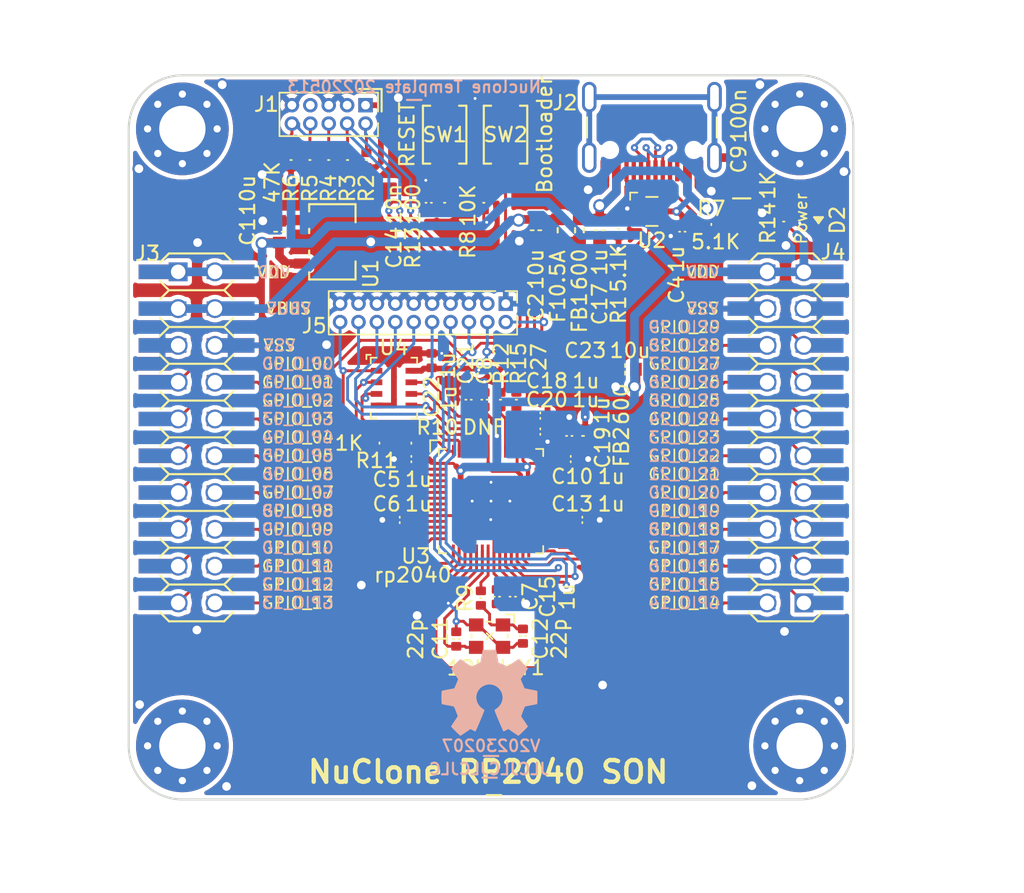
<source format=kicad_pcb>
(kicad_pcb (version 20211014) (generator pcbnew)
  (layers (0 "F.Cu" signal) (1 "In1.Cu" signal) (2 "In2.Cu" signal) (31 "B.Cu" signal) (34 "B.Paste" user) (35 "F.Paste" user) (36 "B.SilkS" user "B.Silkscreen") (37 "F.SilkS" user "F.Silkscreen") (38 "B.Mask" user) (39 "F.Mask" user) (44 "Edge.Cuts" user))
  (net 0 "")
  (net 1 "/VBUS")
  (net 2 "Net-(F1-Pad2)")
  (net 3 "/VDD")
  (net 4 "Net-(C9-Pad2)")
  (net 5 "/VSS")
  (net 7 "/GPIO_28")
  (net 8 "/GPIO_29")
  (net 9 "/TMS")
  (net 10 "/TCK")
  (net 11 "/TDO")
  (net 12 "/TDI")
  (net 13 "/RESET")
  (net 14 "Net-(R13-Pad2)")
  (net 15 "Net-(D2-Pad2)")
  (net 16 "Net-(J2-PadB5)")
  (net 19 "Net-(J2-PadA5)")
  (net 20 "/GPIO_20")
  (net 21 "/GPIO_23")
  (net 22 "/GPIO_27")
  (net 23 "/GPIO_16")
  (net 24 "/GPIO_21")
  (net 25 "/GPIO_19")
  (net 26 "/GPIO_17")
  (net 27 "/GPIO_18")
  (net 28 "/GPIO_15")
  (net 29 "/GPIO_14")
  (net 30 "/GPIO_22")
  (net 31 "/GPIO_24")
  (net 32 "/GPIO_25")
  (net 33 "/GPIO_26")
  (net 34 "/GPIO_13")
  (net 35 "/GPIO_12")
  (net 36 "/GPIO_11")
  (net 37 "/GPIO_10")
  (net 38 "/GPIO_09")
  (net 39 "/GPIO_08")
  (net 40 "/GPIO_07")
  (net 41 "/GPIO_06")
  (net 42 "/GPIO_05")
  (net 43 "/GPIO_04")
  (net 44 "/GPIO_03")
  (net 45 "/GPIO_02")
  (net 46 "/GPIO_01")
  (net 47 "/GPIO_00")
  (net 48 "/VUSB")
  (net 49 "/DP")
  (net 50 "/DN")
  (net 53 "Net-(C11-Pad2)")
  (net 54 "Net-(C12-Pad2)")
  (net 55 "/microcontroller/1.1V")
  (net 56 "/microcontroller/AVDD")
  (net 57 "Net-(R9-Pad2)")
  (net 58 "/microcontroller/QSPI_SD3")
  (net 59 "/microcontroller/QSPI_SCLK")
  (net 60 "/microcontroller/QSPI_SD0")
  (net 61 "/microcontroller/QSPI_SD2")
  (net 62 "/microcontroller/QSPI_SD1")
  (net 63 "/microcontroller/QSPI_SS")
  (net 64 "Net-(R12-Pad2)")
  (net 65 "Net-(R15-Pad2)")
  (net 66 "/BOOTLOADER")
  (footprint "MountingHole:MountingHole_3.2mm_M3_Pad_Via" (layer "F.Cu") (at 63.7 64.7)
    (fp_text reference "H1" hide)
    (fp_text value "MountingHole" hide)
  )
  (footprint "MountingHole:MountingHole_3.2mm_M3_Pad_Via" (layer "F.Cu") (at 106.3 64.7)
    (fp_text reference "H2" hide)
    (fp_text value "MountingHole" hide)
  )
  (footprint "MountingHole:MountingHole_3.2mm_M3_Pad_Via" (layer "F.Cu") (at 63.7 107.3)
    (fp_text reference "H4" hide)
    (fp_text value "MountingHole" hide)
  )
  (footprint "SquantorLabels:Label_Generic" (layer "F.Cu") (at 85.2 110.1)
    (fp_text reference "N4" hide)
    (fp_text value "NuClone RP2040 SON")
  )
  (footprint "MountingHole:MountingHole_3.2mm_M3_Pad_Via" (layer "F.Cu") (at 106.3 107.3)
    (fp_text reference "H3" hide)
    (fp_text value "MountingHole" hide)
  )
  (footprint "SquantorConnectorsNamed:nuclone_small_right_stacked" (layer "F.Cu") (at 105.32 86 90)
    (fp_text reference "J4")
    (fp_text value "nuclone_small_right")
  )
  (footprint "SquantorConnectorsNamed:nuclone_small_left_stacked" (layer "F.Cu") (at 64.68 86 -90)
    (fp_text reference "J3")
    (fp_text value "nuclone_small_left")
  )
  (footprint "SquantorRcl:R_0402_hand" (layer "F.Cu") (at 105.2 71.1 -90)
    (fp_text reference "R14")
    (fp_text value "1K")
  )
  (footprint "SquantorSwitches:TD-85XU" (layer "F.Cu") (at 86 65.1 -90)
    (fp_text reference "SW2")
    (fp_text value "Bootloader")
  )
  (footprint "SquantorRcl:R_0402_hand" (layer "F.Cu") (at 75.1 66.85 -90)
    (fp_text reference "R3")
    (fp_text value "47K" hide)
  )
  (footprint "SquantorRcl:C_0805" (layer "F.Cu") (at 102.3 69.5 90)
    (fp_text reference "C9")
    (fp_text value "100n")
  )
  (footprint "SquantorRcl:R_0402_hand" (layer "F.Cu") (at 81.8 69.8 90)
    (fp_text reference "R13")
    (fp_text value "100")
  )
  (footprint "SquantorRcl:R_0402_hand" (layer "F.Cu") (at 84.5 69.8 -90)
    (fp_text reference "R8")
    (fp_text value "10K")
  )
  (footprint "SquantorRcl:R_0402_hand" (layer "F.Cu") (at 100.2 71.3 180)
    (fp_text reference "R7")
    (fp_text value "5.1K")
  )
  (footprint "SquantorRcl:R_0402_hand" (layer "F.Cu") (at 76.4 66.85 -90)
    (fp_text reference "R2")
    (fp_text value "47K" hide)
  )
  (footprint "SquantorRcl:R_0402_hand" (layer "F.Cu") (at 73.8 66.85 -90)
    (fp_text reference "R4")
    (fp_text value "47K" hide)
  )
  (footprint "SquantorRcl:R_0402_hand" (layer "F.Cu") (at 72.5 66.85 -90)
    (fp_text reference "R5")
    (fp_text value "47K" hide)
  )
  (footprint "SquantorRcl:R_0402_hand" (layer "F.Cu") (at 93.8 71.6 90)
    (fp_text reference "R1")
    (fp_text value "5.1K")
  )
  (footprint "SquantorConnectors:Header-0127-2X05-H006" (layer "F.Cu") (at 73.8 63.7 180)
    (fp_text reference "J1")
    (fp_text value "JTAG_2X05")
  )
  (footprint "SquantorIC:SOT89-NXP" (layer "F.Cu") (at 73.7 72.5 -90)
    (fp_text reference "U1")
    (fp_text value "MCP1702-MB")
  )
  (footprint "SquantorRcl:C_0603" (layer "F.Cu") (at 92.5 71.7 90)
    (fp_text reference "C17")
    (fp_text value "1u")
  )
  (footprint "SquantorSwitches:TD-85XU" (layer "F.Cu") (at 81.8 65.1 -90)
    (fp_text reference "SW1")
    (fp_text value "RESET")
  )
  (footprint "SquantorDiodes:LED_0603_hand" (layer "F.Cu") (at 107.6 71 90)
    (fp_text reference "D2")
    (fp_text value "GREEN")
  )
  (footprint "SquantorRcl:F_0603_hand" (layer "F.Cu") (at 89.6 71.7 -90)
    (fp_text reference "F1")
    (fp_text value "0.5A")
  )
  (footprint "SquantorRcl:C_0603" (layer "F.Cu") (at 88.1 71.7 90)
    (fp_text reference "C2")
    (fp_text value "10u")
  )
  (footprint "SquantorRcl:C_0603" (layer "F.Cu") (at 70.4 71.8 90)
    (fp_text reference "C1")
    (fp_text value "10u")
  )
  (footprint "SquantorRcl:R_0402_hand" (layer "F.Cu") (at 71.2 66.85 -90)
    (fp_text reference "R6")
    (fp_text value "47K")
  )
  (footprint "SquantorRcl:C_0402" (layer "F.Cu") (at 80.7 69.8 -90)
    (fp_text reference "C14")
    (fp_text value "10n")
  )
  (footprint "SquantorRcl:L_0603" (layer "F.Cu") (at 91.1 71.7 90)
    (fp_text reference "FB1")
    (fp_text value "600")
  )
  (footprint "SquantorUsb:USB-C-HRO-31-M-12" (layer "F.Cu") (at 96.1 67.6 180)
    (fp_text reference "J2")
    (fp_text value "TYPE-C-31-M-12")
  )
  (footprint "SquantorRcl:C_0402" (layer "F.Cu") (at 98.2 71.8 -90)
    (fp_text reference "C4")
    (fp_text value "1u")
  )
  (footprint "SquantorIC:SOT363-ONsemi" (layer "F.Cu") (at 96.1 70.4)
    (fp_text reference "U2")
    (fp_text value "TPESD0504C6")
  )
  (footprint "SquantorRcl:C_0402" (layer "F.Cu") (at 82.6 99.925 -90)
    (fp_text reference "C11")
    (fp_text value "22p")
  )
  (footprint "SquantorRcl:C_0402" (layer "F.Cu") (at 83.45 83.4 -90)
    (fp_text reference "C21")
    (fp_text value "1u")
  )
  (footprint "SquantorRcl:C_0402" (layer "F.Cu") (at 88.4 84.5 180)
    (fp_text reference "C18")
    (fp_text value "1u")
  )
  (footprint "SquantorRcl:C_0402" (layer "F.Cu") (at 88.4 85.6 180)
    (fp_text reference "C20")
    (fp_text value "1u")
  )
  (footprint "SquantorRcl:R_0402_hand" (layer "F.Cu") (at 86.75 83.4 -90)
    (fp_text reference "R15")
    (fp_text value "27")
  )
  (footprint "SquantorRcl:C_0402" (layer "F.Cu") (at 80.9 80.7 -90)
    (fp_text reference "C22")
    (fp_text value "1u")
  )
  (footprint "SquantorRcl:C_0402" (layer "F.Cu") (at 86.5 97 90)
    (fp_text reference "C15")
    (fp_text value "1u")
  )
  (footprint "SquantorIC:QFN56_7by7mm_RaspberryPi" (layer "F.Cu") (at 85 90.4)
    (fp_text reference "U3")
    (fp_text value "rp2040")
  )
  (footprint "SquantorRcl:C_0402" (layer "F.Cu") (at 85.4 97 90)
    (fp_text reference "C7")
    (fp_text value "1u")
  )
  (footprint "SquantorRcl:C_0402" (layer "F.Cu") (at 84.55 83.4 -90)
    (fp_text reference "C8")
    (fp_text value "1u")
  )
  (footprint "SquantorRcl:R_0402_hand" (layer "F.Cu") (at 77.3 86.4)
    (fp_text reference "R11")
    (fp_text value "1K")
  )
  (footprint "SquantorRcl:R_0402_hand" (layer "F.Cu") (at 84.3 97.1 90)
    (fp_text reference "R9")
    (fp_text value "TBD")
  )
  (footprint "SquantorRcl:C_0402" (layer "F.Cu") (at 79.5 87.5)
    (fp_text reference "C5")
    (fp_text value "1u")
  )
  (footprint "SquantorRcl:C_0402" (layer "F.Cu") (at 90.5 87.5 180)
    (fp_text reference "C10")
    (fp_text value "1u")
  )
  (footprint "SquantorRcl:R_0402_hand" (layer "F.Cu") (at 79.5 86.4 180)
    (fp_text reference "R10")
    (fp_text value "DNF")
  )
  (footprint "SquantorConnectors:Header-0127-2X10-H006" (layer "F.Cu") (at 80.3 77.4 180)
    (fp_text reference "J5")
    (fp_text value "Conn_02x06_Odd_Even")
  )
  (footprint "SquantorRcl:C_0402" (layer "F.Cu") (at 90.4 85.9 -90)
    (fp_text reference "C19")
    (fp_text value "1u")
  )
  (footprint "SquantorRcl:C_0603" (layer "F.Cu") (at 94.25 81.3)
    (fp_text reference "C23")
    (fp_text value "10u")
  )
  (footprint "SquantorIC:USON-8-4x3-Macronix" (layer "F.Cu") (at 78.3 82.6)
    (fp_text reference "U4")
    (fp_text value "MX25L3233FZBI")
  )
  (footprint "SquantorRcl:C_0402" (layer "F.Cu") (at 91.3 91.7 180)
    (fp_text reference "C13")
    (fp_text value "1u")
  )
  (footprint "SquantorRcl:C_0402" (layer "F.Cu") (at 87.2 99.725 90)
    (fp_text reference "C12")
    (fp_text value "22p")
  )
  (footprint "SquantorRcl:R_0402_hand" (layer "F.Cu") (at 85.65 83.4 -90)
    (fp_text reference "R12")
    (fp_text value "27")
  )
  (footprint "SquantorRcl:C_0402" (layer "F.Cu") (at 78.7 91.7)
    (fp_text reference "C6")
    (fp_text value "1u")
  )
  (footprint "SquantorCrystal:Crystal_2520_4" (layer "F.Cu") (at 84.9 99.725 180)
    (fp_text reference "Y1")
    (fp_text value "12MHz")
  )
  (footprint "SquantorRcl:L_0402" (layer "F.Cu") (at 91.5 85.9 -90)
    (fp_text reference "FB2")
    (fp_text value "600")
  )
  (footprint "Symbol:OSHW-Symbol_6.7x6mm_SilkScreen" (layer "B.Cu") (at 84.9 103.65 180)
    (fp_text reference "N1" hide)
    (fp_text value "OHWLOGO" hide)
  )
  (footprint "SquantorLabels:Label_Generic" (layer "B.Cu") (at 84.9 108.9 180)
    (fp_text reference "N3" hide)
    (fp_text value "JLCJLCJLCJLC")
  )
  (footprint "SquantorLabels:Label_Generic" (layer "B.Cu") (at 85 107.4 180)
    (fp_text reference "N2" hide)
    (fp_text value "V20230207")
  )
  (footprint "SquantorLabels:Label_Generic" (layer "B.Cu") (at 79.7 62.1 180)
    (fp_text reference "N5" hide)
    (fp_text value "Nuclone Template 20220513")
  )
  (gr_line (start 77.45 61.95) (end 75.9 61.95) (layer "F.SilkS") (width 0.15))
  (gr_line (start 77.45 61.95) (end 77.45 63.5) (layer "F.SilkS") (width 0.15))
  (gr_arc (start 110 107.3) (mid 108.916295 109.916295) (end 106.3 111) (layer "Edge.Cuts") (width 0.15))
  (gr_arc (start 63.7 111) (mid 61.083705 109.916295) (end 60 107.3) (layer "Edge.Cuts") (width 0.15))
  (gr_line (start 60 64.7) (end 60 107.3) (layer "Edge.Cuts") (width 0.15))
  (gr_line (start 106.3 61) (end 63.7 61) (layer "Edge.Cuts") (width 0.15))
  (gr_line (start 110 107.3) (end 110 64.7) (layer "Edge.Cuts") (width 0.15))
  (gr_arc (start 106.3 61) (mid 108.916295 62.083705) (end 110 64.7) (layer "Edge.Cuts") (width 0.15))
  (gr_arc (start 60 64.7) (mid 61.083705 62.083705) (end 63.7 61) (layer "Edge.Cuts") (width 0.15))
  (gr_line (start 63.7 111) (end 106.3 111) (layer "Edge.Cuts") (width 0.15))
  (gr_text "Power" (at 106.4 70.9 90) (layer "F.SilkS") (effects (font (size 0.8 0.8) (thickness 0.12))))
  (segment (start 86.95 70.95) (end 86.9 71) (width 0.6) (layer "F.Cu") (net 1))
  (segment (start 89.6 70.95) (end 88.1 70.95) (width 0.6) (layer "F.Cu") (net 1))
  (segment (start 88.1 70.95) (end 86.95 70.95) (width 0.6) (layer "F.Cu") (net 1))
  (segment (start 76.7 72.5) (end 74.3 72.5) (width 0.6) (layer "F.Cu") (net 1))
  (via (at 76.7 72.5) (size 0.9) (drill 0.6) (layers "F.Cu" "B.Cu") (net 1))
  (via (at 86.9 71) (size 0.9) (drill 0.6) (layers "F.Cu" "B.Cu") (net 1))
  (segment (start 74.2 72.5) (end 76.7 72.5) (width 0.6) (layer "B.Cu") (net 1))
  (segment (start 84.9 72.5) (end 76.7 72.5) (width 0.6) (layer "B.Cu") (net 1))
  (segment (start 65.95 77.11) (end 69.59 77.11) (width 0.6) (layer "B.Cu") (net 1))
  (segment (start 69.59 77.11) (end 74.2 72.5) (width 0.6) (layer "B.Cu") (net 1))
  (segment (start 86.4 71) (end 84.9 72.5) (width 0.6) (layer "B.Cu") (net 1))
  (segment (start 86.9 71) (end 86.4 71) (width 0.6) (layer "B.Cu") (net 1))
  (segment (start 63.41 77.11) (end 65.95 77.11) (width 0.6) (layer "B.Cu") (net 1))
  (segment (start 91.1 72.45) (end 89.6 72.45) (width 0.6) (layer "F.Cu") (net 2))
  (segment (start 80 86.4) (end 79.999999 87.499998) (width 0.2) (layer "F.Cu") (net 3))
  (segment (start 90 87.5) (end 89.4 87.5) (width 0.2) (layer "F.Cu") (net 3))
  (segment (start 69.25 72.55) (end 69.2 72.6) (width 0.6) (layer "F.Cu") (net 3))
  (segment (start 82.9 88.3) (end 82.6 88) (width 0.4) (layer "F.Cu") (net 3))
  (segment (start 87.45673 88.043705) (end 87.55 88.136975) (width 0.3) (layer "F.Cu") (net 3))
  (segment (start 70.4 73.5) (end 70.4 72.55) (width 0.6) (layer "F.Cu") (net 3))
  (segment (start 95 81.3) (end 95 82.4) (width 0.6) (layer "F.Cu") (net 3))
  (segment (start 77.4 67) (end 77.05 67.35) (width 0.4) (layer "F.Cu") (net 3))
  (segment (start 85.2 92.6) (end 85.1 92.5) (width 0.2) (layer "F.Cu") (net 3))
  (segment (start 79.2 91.7) (end 79.8 91.7) (width 0.2) (layer "F.Cu") (net 3))
  (segment (start 85.4 85.9) (end 85.4 85.2) (width 0.4) (layer "F.Cu") (net 3))
  (segment (start 84.050002 81.25) (end 84.150001 81.349999) (width 0.4) (layer "F.Cu") (net 3))
  (segment (start 85.2 95.4) (end 85.4 95.6) (width 0.2) (layer "F.Cu") (net 3))
  (segment (start 85.2 86.9625) (end 85.2 86.1) (width 0.2) (layer "F.Cu") (net 3))
  (segment (start 79.8 91.7) (end 80.1 91.4) (width 0.2) (layer "F.Cu") (net 3))
  (segment (start 82.4 87.8) (end 82.6 88) (width 0.2) (layer "F.Cu") (net 3))
  (segment (start 77.05 67.35) (end 76.4 67.35) (width 0.4) (layer "F.Cu") (net 3))
  (segment (start 87.7 91.4) (end 87.55 91.25) (width 0.2) (layer "F.Cu") (net 3))
  (segment (start 85.2 93.8375) (end 85.2 92.6) (width 0.2) (layer "F.Cu") (net 3))
  (segment (start 70.4 72.55) (end 69.25 72.55) (width 0.6) (layer "F.Cu") (net 3))
  (segment (start 106.1 72) (end 105.7 71.6) (width 0.2) (layer "F.Cu") (net 3))
  (segment (start 76.34 63.065) (end 77.165 63.065) (width 0.4) (layer "F.Cu") (net 3))
  (segment (start 87.700435 87.8) (end 87.45673 88.043705) (width 0.2) (layer "F.Cu") (net 3))
  (segment (start 77.165 63.065) (end 77.4 63.3) (width 0.4) (layer "F.Cu") (net 3))
  (segment (start 87.2 85.751498) (end 87.2 86.9625) (width 0.2) (layer "F.Cu") (net 3))
  (segment (start 82.9 92.2) (end 82.9 91.7) (width 0.4) (layer "F.Cu") (net 3))
  (segment (start 80.9 81.25) (end 84.050002 81.25) (width 0.4) (layer "F.Cu") (net 3))
  (segment (start 77.4 63.3) (end 77.4 67) (width 0.4) (layer "F.Cu") (net 3))
  (segment (start 81.5625 87.8) (end 82.4 87.8) (width 0.2) (layer "F.Cu") (net 3))
  (segment (start 88.4375 91.4) (end 89.9 91.4) (width 0.2) (layer "F.Cu") (net 3))
  (segment (start 80.2 81.4) (end 80.35 81.25) (width 0.4) (layer "F.Cu") (net 3))
  (segment (start 84.5 70.95) (end 84.7 71.15) (width 0.2) (layer "F.Cu") (net 3))
  (segment (start 85.4 85.2) (end 84.55 84.35) (width 0.4) (layer "F.Cu") (net 3))
  (segment (start 81 87.8) (end 80.9 87.7) (width 0.2) (layer "F.Cu") (net 3))
  (segment (start 70.9 74) (end 70.4 73.5) (width 0.6) (layer "F.Cu") (net 3))
  (segment (start 89.1 87.8) (end 88.4375 87.8) (width 0.2) (layer "F.Cu") (net 3))
  (segment (start 80.1 91.4) (end 81.5625 91.4) (width 0.2) (layer "F.Cu") (net 3))
  (segment (start 85.6 86.1) (end 85.4 85.9) (width 0.2) (layer "F.Cu") (net 3))
  (segment (start 85.4 95.6) (end 85.4 96.5) (width 0.2) (layer "F.Cu") (net 3))
  (segment (start 80.699998 87.499998) (end 80.9 87.7) (width 0.4) (layer "F.Cu") (net 3))
  (segment (start 87.55 88.136975) (end 87.55 91.25) (width 0.3) (layer "F.Cu") (net 3))
  (segment (start 84.5 70.3) (end 84.5 70.95) (width 0.2) (layer "F.Cu") (net 3))
  (segment (start 85.1 92.5) (end 83.9 92.5) (width 0.4) (layer "F.Cu") (net 3))
  (segment (start 87.2 86.9625) (end 87.2 87.6) (width 0.2) (layer "F.Cu") (net 3))
  (segment (start 79.5 81.4) (end 80.2 81.4) (width 0.4) (layer "F.Cu") (net 3))
  (segment (start 71.95 74) (end 70.9 74) (width 0.6) (layer "F.Cu") (net 3))
  (segment (start 79.999999 87.499998) (end 80.699998 87.499998) (width 0.4) (layer "F.Cu") (net 3))
  (segment (start 80.35 81.25) (end 80.9 81.25) (width 0.4) (layer "F.Cu") (net 3))
  (segment (start 84.55 84.35) (end 84.55 83.9) (width 0.4) (layer "F.Cu") (net 3))
  (segment (start 95 82.4) (end 94.9 82.5) (width 0.6) (layer "F.Cu") (net 3))
  (segment (start 87.9 85.6) (end 87.351498 85.6) (width 0.2) (layer "F.Cu") (net 3))
  (segment (start 82.9 91.7) (end 82.9 91.4) (width 0.4) (layer "F.Cu") (net 3))
  (segment (start 81.5625 91.4) (end 82.9 91.4) (width 0.2) (layer "F.Cu") (net 3))
  (segment (start 88.4375 91.4) (end 87.7 91.4) (width 0.2) (layer "F.Cu") (net 3))
  (segment (start 87.45673 87.85673) (end 87.45673 88.043705) (width 0.2) (layer "F.Cu") (net 3))
  (segment (start 81.5625 87.8) (end 81 87.8) (width 0.2) (layer "F.Cu") (net 3))
  (segment (start 83.9 92.5) (end 83.2 92.5) (width 0.4) (layer "F.Cu") (net 3))
  (segment (start 85.6 86.9625) (end 85.6 86.1) (width 0.2) (layer "F.Cu") (net 3))
  (segment (start 76.4 67.35) (end 71.2 67.35) (width 0.4) (layer "F.Cu") (net 3))
  (segment (start 89.9 91.4) (end 90.2 91.7) (width 0.2) (layer "F.Cu") (net 3))
  (segment (start 85.2 86.1) (end 85.4 85.9) (width 0.2) (layer "F.Cu") (net 3))
  (segment (start 88.4375 87.8) (end 87.700435 87.8) (width 0.2) (layer "F.Cu") (net 3))
  (segment (start 105.7 71.6) (end 105.2 71.6) (width 0.2) (layer "F.Cu") (net 3))
  (segment (start 89.4 87.5) (end 89.1 87.8) (width 0.2) (layer "F.Cu") (net 3))
  (segment (start 83.2 92.5) (end 83 92.3) (width 0.4) (layer "F.Cu") (net 3))
  (segment (start 71.2 67.35) (end 71.2 68.1) (width 0.4) (layer "F.Cu") (net 3))
  (segment (start 87.2 87.6) (end 87.45673 87.85673) (width 0.2) (layer "F.Cu") (net 3))
  (segment (start 90.2 91.7) (end 90.8 91.7) (width 0.2) (layer "F.Cu") (net 3))
  (segment (start 87.351498 85.6) (end 87.2 85.751498) (width 0.2) (layer "F.Cu") (net 3))
  (segment (start 91.5 85.4) (end 91.5 84.6) (width 0.4) (layer "F.Cu") (net 3))
  (segment (start 85.2 93.8375) (end 85.2 95.4) (width 0.2) (layer "F.Cu") (net 3))
  (segment (start 82.9 91.4) (end 82.9 88.3) (width 0.4) (layer "F.Cu") (net 3))
  (segment (start 83 92.3) (end 82.9 92.2) (width 0.4) (layer "F.Cu") (net 3))
  (via (at 91.5 84.6) (size 0.5) (drill 0.2) (layers "F.Cu" "B.Cu") (net 3))
  (via (at 84.7 71.15) (size 0.5) (drill 0.2) (layers "F.Cu" "B.Cu") (net 3))
  (via (at 84.150001 81.349999) (size 0.5) (drill 0.2) (layers "F.Cu" "B.Cu") (net 3))
  (via (at 85.4 85.9) (size 0.6) (drill 0.3) (layers "F.Cu" "B.Cu") (net 3))
  (via (at 82.9 88.3) (size 0.6) (drill 0.3) (layers "F.Cu" "B.Cu") (net 3))
  (via (at 106.1 72) (size 0.5) (drill 0.2) (layers "F.Cu" "B.Cu") (net 3))
  (via (at 69.2 72.6) (size 0.9) (drill 0.6) (layers "F.Cu" "B.Cu") (net 3))
  (via (at 94.9 82.5) (size 0.9) (drill 0.6) (layers "F.Cu" "B.Cu") (net 3))
  (via (at 71.2 68.1) (size 0.5) (drill 0.2) (layers "F.Cu" "B.Cu") (net 3))
  (via (at 87.45673 88.043705) (size 0.6) (drill 0.3) (layers "F.Cu" "B.Cu") (net 3))
  (segment (start 85.4 88.05) (end 83.15 88.05) (width 0.6) (layer "B.Cu") (net 3))
  (segment (start 69.08 74.57) (end 69.2 74.45) (width 0.6) (layer "B.Cu") (net 3))
  (segment (start 106.59 72.49) (end 106.1 72) (width 0.6) (layer "B.Cu") (net 3))
  (segment (start 94.5 83.8) (end 92.85 83.8) (width 0.6) (layer "B.Cu") (net 3))
  (segment (start 85.4 81.7) (end 85.05 81.35) (width 0.6) (layer "B.Cu") (net 3))
  (segment (start 85.4 85.9) (end 85.4 88.05) (width 0.6) (layer "B.Cu") (net 3))
  (segment (start 106.59 74.57) (end 104.05 74.57) (width 0.6) (layer "B.Cu") (net 3))
  (segment (start 91.2 72.05) (end 95.4 72.05) (width 0.6) (layer "B.Cu") (net 3))
  (segment (start 94.9 82.5) (end 94.9 77.59) (width 0.6) (layer "B.Cu") (net 3))
  (segment (start 85.4 83.55) (end 85.4 85.9) (width 0.6) (layer "B.Cu") (net 3))
  (segment (start 71.2 68.1) (end 71.2 72.6) (width 0.6) (layer "B.Cu") (net 3))
  (segment (start 88.9 69.75) (end 91.2 72.05) (width 0.6) (layer "B.Cu") (net 3))
  (segment (start 94.9 82.5) (end 94.9 83.4) (width 0.6) (layer "B.Cu") (net 3))
  (segment (start 73.75 71.4) (end 84.45 71.4) (width 0.6) (layer "B.Cu") (net 3))
  (segment (start 94.9 83.4) (end 94.5 83.8) (width 0.6) (layer "B.Cu") (net 3))
  (segment (start 91.5 84.6) (end 91.5 83.55) (width 0.6) (layer "B.Cu") (net 3))
  (segment (start 72.55 72.6) (end 73.75 71.4) (width 0.6) (layer "B.Cu") (net 3))
  (segment (start 94.9 77.59) (end 97.92 74.57) (width 0.6) (layer "B.Cu") (net 3))
  (segment (start 92.6 83.55) (end 91.5 83.55) (width 0.6) (layer "B.Cu") (net 3))
  (segment (start 91.5 83.55) (end 85.4 83.55) (width 0.6) (layer "B.Cu") (net 3))
  (segment (start 69.2 72.6) (end 71.2 72.6) (width 0.6) (layer "B.Cu") (net 3))
  (segment (start 83.15 88.05) (end 82.9 88.3) (width 0.6) (layer "B.Cu") (net 3))
  (segment (start 69.2 74.45) (end 69.2 72.6) (width 0.6) (layer "B.Cu") (net 3))
  (segment (start 92.85 83.8) (end 92.6 83.55) (width 0.6) (layer "B.Cu") (net 3))
  (segment (start 87.450435 88.05) (end 87.45673 88.043705) (width 0.6) (layer "B.Cu") (net 3))
  (segment (start 85.05 81.35) (end 84.150001 81.349999) (width 0.6) (layer "B.Cu") (net 3))
  (segment (start 95.4 72.05) (end 97.92 74.57) (width 0.6) (layer "B.Cu") (net 3))
  (segment (start 85.4 83.55) (end 85.4 81.7) (width 0.6) (layer "B.Cu") (net 3))
  (segment (start 97.92 74.57) (end 102.97 74.57) (width 0.6) (layer "B.Cu") (net 3))
  (segment (start 85.4 88.05) (end 87.450435 88.05) (width 0.6) (layer "B.Cu") (net 3))
  (segment (start 84.45 71.4) (end 86.1 69.75) (width 0.6) (layer "B.Cu") (net 3))
  (segment (start 71.2 72.6) (end 72.55 72.6) (width 0.6) (layer "B.Cu") (net 3))
  (segment (start 67.03 74.57) (end 69.08 74.57) (width 0.6) (layer "B.Cu") (net 3))
  (segment (start 106.59 74.57) (end 106.59 72.49) (width 0.6) (layer "B.Cu") (net 3))
  (segment (start 63.41 74.57) (end 65.95 74.57) (width 0.6) (layer "B.Cu") (net 3))
  (segment (start 86.1 69.75) (end 88.9 69.75) (width 0.6) (layer "B.Cu") (net 3))
  (segment (start 100.42 66.685) (end 101.985 66.685) (width 0.6) (layer "F.Cu") (net 4))
  (segment (start 102.3 67) (end 102.3 68.5) (width 0.6) (layer "F.Cu") (net 4))
  (segment (start 101.985 66.685) (end 102.3 67) (width 0.6) (layer "F.Cu") (net 4))
  (segment (start 100.42 62.505) (end 100.42 66.685) (width 0.4) (layer "B.Cu") (net 4))
  (segment (start 91.78 62.505) (end 100.42 62.505) (width 0.4) (layer "B.Cu") (net 4))
  (segment (start 91.78 66.685) (end 91.78 62.505) (width 0.4) (layer "B.Cu") (net 4))
  (segment (start 71.1 71) (end 71.05 71.05) (width 0.6) (layer "F.Cu") (net 5))
  (segment (start 71.05 71.05) (end 70.4 71.05) (width 0.6) (layer "F.Cu") (net 5))
  (segment (start 71.95 71) (end 71.1 71) (width 0.6) (layer "F.Cu") (net 5))
  (segment (start 100.2 69) (end 99.7 69) (width 0.6) (layer "F.Cu") (net 5))
  (segment (start 99.7 69) (end 99.35 68.65) (width 0.6) (layer "F.Cu") (net 5))
  (segment (start 99.35 68.65) (end 99.35 67.6) (width 0.6) (layer "F.Cu") (net 5))
  (segment (start 86 62.6) (end 83.9 62.6) (width 0.4) (layer "F.Cu") (net 5))
  (segment (start 81.8 62.6) (end 83.9 62.6) (width 0.4) (layer "F.Cu") (net 5))
  (segment (start 83.1 98.7) (end 82.6 98.7) (width 0.2) (layer "F.Cu") (net 5))
  (segment (start 80.1 80.1) (end 80.2 80.2) (width 0.4) (layer "F.Cu") (net 5))
  (segment (start 92.5 73.1) (end 92.5 72.45) (width 0.4) (layer "F.Cu") (net 5))
  (segment (start 102.3 70.5) (end 103.7 70.5) (width 0.6) (layer "F.Cu") (net 5))
  (segment (start 78.5 80.1) (end 80.1 80.1) (width 0.4) (layer "F.Cu") (net 5))
  (segment (start 82.6 98.7) (end 82.6 99.425) (width 0.2) (layer "F.Cu") (net 5))
  (segment (start 78.3 81.8) (end 78.3 83.4) (width 0.4) (layer "F.Cu") (net 5))
  (segment (start 85.825 100.5) (end 86.525 100.5) (width 0.2) (layer "F.Cu") (net 5))
  (segment (start 83.975 98.95) (end 83.35 98.95) (width 0.2) (layer "F.Cu") (net 5))
  (segment (start 97.6 72.3) (end 97.4 72.1) (width 0.4) (layer "F.Cu") (net 5))
  (segment (start 94.6 70.4) (end 95.18 70.4) (width 0.4) (layer "F.Cu") (net 5))
  (segment (start 83.35 98.95) (end 83.1 98.7) (width 0.2) (layer "F.Cu") (net 5))
  (segment (start 102.3 71.2) (end 102.3 70.5) (width 0.2) (layer "F.Cu") (net 5))
  (segment (start 80.9 80.2) (end 81.599999 80.200001) (width 0.4) (layer "F.Cu") (net 5))
  (segment (start 82.05 97.142929) (end 82.05 97.45) (width 0.2) (layer "F.Cu") (net 5))
  (segment (start 78.3 80.3) (end 78.5 80.1) (width 0.4) (layer "F.Cu") (net 5))
  (segment (start 80.2 80.2) (end 80.9 80.2) (width 0.4) (layer "F.Cu") (net 5))
  (segment (start 92.7 73.3) (end 92.5 73.1) (width 0.4) (layer "F.Cu") (net 5))
  (segment (start 69.25 71.05) (end 70.4 71.05) (width 0.6) (layer "F.Cu") (net 5))
  (segment (start 94.4 70.2) (end 94.6 70.4) (width 0.4) (layer "F.Cu") (net 5))
  (segment (start 88.9 84.5) (end 88.9 86.3) (width 0.6) (layer "F.Cu") (net 5))
  (segment (start 102.2 71.3) (end 102.3 71.2) (width 0.2) (layer "F.Cu") (net 5))
  (segment (start 84 93.8375) (end 84 95.192929) (width 0.2) (layer "F.Cu") (net 5))
  (segment (start 92.55 68.9) (end 92.85 68.6) (width 0.6) (layer "F.Cu") (net 5))
  (segment (start 84 95.192929) (end 82.05 97.142929) (width 0.2) (layer "F.Cu") (net 5))
  (segment (start 93.8 73) (end 93.5 73.3) (width 0.4) (layer "F.Cu") (net 5))
  (segment (start 78.2 91.7) (end 77.5 91.7) (width 0.6) (layer "F.Cu") (net 5))
  (segment (start 93.5 82.4) (end 93.6 82.5) (width 0.6) (layer "F.Cu") (net 5))
  (segment (start 98.2 72.3) (end 97.6 72.3) (width 0.4) (layer "F.Cu") (net 5))
  (segment (start 77.1 83.8) (end 78.3 83.8) (width 0.4) (layer "F.Cu") (net 5))
  (segment (start 91 87.5) (end 91.7 87.5) (width 0.6) (layer "F.Cu") (net 5))
  (segment (start 84.125 98.95) (end 85.675 100.5) (width 0.2) (layer "F.Cu") (net 5))
  (segment (start 100.7 71.3) (end 102.2 71.3) (width 0.2) (layer "F.Cu") (net 5))
  (segment (start 106.95 71.85) (end 106.3 71.2) (width 0.2) (layer "F.Cu") (net 5))
  (segment (start 90.4 85.4) (end 90.4 84.6) (width 0.6) (layer "F.Cu") (net 5))
  (segment (start 93.8 72.1) (end 93.8 73) (width 0.2) (layer "F.Cu") (net 5))
  (segment (start 86.8 100.225) (end 87.2 100.225) (width 0.2) (layer "F.Cu") (net 5))
  (segment (start 85.675 100.5) (end 85.825 100.5) (width 0.2) (layer "F.Cu") (net 5))
  (segment (start 92.85 68.6) (end 92.85 67.6) (width 0.6) (layer "F.Cu") (net 5))
  (segment (start 83.975 98.95) (end 84.125 98.95) (width 0.2) (layer "F.Cu") (net 5))
  (segment (start 91.8 91.7) (end 92.5 91.7) (width 0.6) (layer "F.Cu") (net 5))
  (segment (start 78.3 81.8) (end 78.3 80.3) (width 0.4) (layer "F.Cu") (net 5))
  (segment (start 91.7 68.9) (end 92.55 68.9) (width 0.6) (layer "F.Cu") (net 5))
  (segment (start 86.525 100.5) (end 86.8 100.225) (width 0.2) (layer "F.Cu") (net 5))
  (segment (start 93.5 81.3) (end 93.5 82.4) (width 0.6) (layer "F.Cu") (net 5))
  (segment (start 80.7 69.25) (end 80.7 68.45) (width 0.2) (layer "F.Cu") (net 5))
  (segment (start 84.55 82.9) (end 84.55 82.15) (width 0.4) (layer "F.Cu") (net 5))
  (segment (start 79 87.5) (end 78.3 87.5) (width 0.6) (layer "F.Cu") (net 5))
  (segment (start 83.45 82.9) (end 83.45 82.15) (width 0.4) (layer "F.Cu") (net 5))
  (segment (start 78.3 83.8) (end 78.3 83.4) (width 0.4) (layer "F.Cu") (net 5))
  (segment (start 93.5 73.3) (end 92.7 73.3) (width 0.4) (layer "F.Cu") (net 5))
  (segment (start 107.6 71.85) (end 106.95 71.85) (width 0.2) (layer "F.Cu") (net 5))
  (segment (start 85.4 97.5) (end 87.4 97.5) (width 0.6) (layer "F.Cu") (net 5))
  (segment (start 86.950001 72.449999) (end 88.1 72.45) (width 0.8) (layer "F.Cu") (net 5))
  (segment (start 80.7 68.45) (end 80.5 68.25) (width 0.2) (layer "F.Cu") (net 5))
  (via (at 100.2 69) (size 0.9) (drill 0.6) (layers "F.Cu" "B.Cu") (net 5))
  (via (at 80.5 68.25) (size 0.5) (drill 0.2) (layers "F.Cu" "B.Cu") (net 5))
  (via (at 91.7 68.9) (size 0.9) (drill 0.6) (layers "F.Cu" "B.Cu") (net 5))
  (via (at 83.9 62.6) (size 0.5) (drill 0.2) (layers "F.Cu" "B.Cu") (net 5))
  (via (at 91.7 87.5) (size 0.7) (drill 0.4) (layers "F.Cu" "B.Cu") (net 5))
  (via (at 83.45 82.15) (size 0.5) (drill 0.2) (layers "F.Cu" "B.Cu") (net 5))
  (via (at 106.3 71.2) (size 0.5) (drill 0.2) (layers "F.Cu" "B.Cu") (net 5))
  (via (at 93.6 82.5) (size 0.9) (drill 0.6) (layers "F.Cu" "B.Cu") (net 5))
  (via (at 84.55 82.15) (size 0.5) (drill 0.2) (layers "F.Cu" "B.Cu") (net 5))
  (via (at 92.5 91.7) (size 0.7) (drill 0.4) (layers "F.Cu" "B.Cu") (net 5))
  (via (at 66.45 61.65) (size 0.9) (drill 0.6) (layers "F.Cu" "B.Cu") (net 5))
  (via (at 77.5 91.7) (size 0.7) (drill 0.4) (layers "F.Cu" "B.Cu") (net 5))
  (via (at 76.05 96.2) (size 0.9) (drill 0.6) (layers "F.Cu" "B.Cu") (net 5))
  (via (at 94.4 70.2) (size 0.6) (drill 0.3) (layers "F.Cu" "B.Cu") (net 5))
  (via (at 105.35 72.75) (size 0.9) (drill 0.6) (layers "F.Cu" "B.Cu") (net 5))
  (via (at 103 110.05) (size 0.9) (drill 0.6) (layers "F.Cu" "B.Cu") (net 5))
  (via (at 103.7 70.5) (size 0.9) (drill 0.6) (layers "F.Cu" "B.Cu") (net 5))
  (via (at 109.35 67.65) (size 0.9) (drill 0.6) (layers "F.Cu" "B.Cu") (net 5))
  (via (at 85 90.4) (size 0.5) (drill 0.2) (layers "F.Cu" "B.Cu") (net 5))
  (via (at 86.950001 72.449999) (size 0.9) (drill 0.6) (layers "F.Cu" "B.Cu") (net 5))
  (via (at 90.4 84.6) (size 0.7) (drill 0.4) (layers "F.Cu" "B.Cu") (net 5))
  (via (at 88.9 86.3) (size 0.6) (drill 0.3) (layers "F.Cu" "B.Cu") (net 5))
  (via (at 105.25 99.4) (size 0.9) (drill 0.6) (layers "F.Cu" "B.Cu") (net 5))
  (via (at 73.65 79.6) (size 0.9) (drill 0.6) (layers "F.Cu" "B.Cu") (net 5))
  (via (at 64.75 72.55) (size 0.9) (drill 0.6) (layers "F.Cu" "B.Cu") (net 5))
  (via (at 82.6 98.7) (size 0.5) (drill 0.2) (layers "F.Cu" "B.Cu") (net 5))
  (via (at 66.75 110.1) (size 0.9) (drill 0.6) (layers "F.Cu" "B.Cu") (net 5))
  (via (at 103.55 61.65) (size 0.9) (drill 0.6) (layers "F.Cu" "B.Cu") (net 5))
  (via (at 78.6 62.55) (size 0.9) (drill 0.6) (layers "F.Cu" "B.Cu") (net 5))
  (via (at 83.7 90.4) (size 0.5) (drill 0.2) (layers "F.Cu" "B.Cu") (net 5))
  (via (at 79.9 98.3) (size 0.9) (drill 0.6) (layers "F.Cu" "B.Cu") (net 5))
  (via (at 85 89.1) (size 0.5) (drill 0.2) (layers "F.Cu" "B.Cu") (net 5))
  (via (at 81.599999 80.200001) (size 0.5) (drill 0.2) (layers "F.Cu" "B.Cu") (net 5))
  (via (at 60.7 67.45) (size 0.9) (drill 0.6) (layers "F.Cu" "B.Cu") (net 5))
  (via (at 64.7 99.3) (size 0.9) (drill 0.6) (layers "F.Cu" "B.Cu") (net 5))
  (via (at 69.25 71.05) (size 0.9) (drill 0.6) (layers "F.Cu" "B.Cu") (net 5))
  (via (at 86.3 90.4) (size 0.5) (drill 0.2) (layers "F.Cu" "B.Cu") (net 5))
  (via (at 82.05 97.45) (size 0.5) (drill 0.2) (layers "F.Cu" "B.Cu") (net 5))
  (via (at 60.75 104.45) (size 0.9) (drill 0.6) (layers "F.Cu" "B.Cu") (net 5))
  (via (at 93.8 73) (size 0.6) (drill 0.3) (layers "F.Cu" "B.Cu") (net 5))
  (via (at 97.4 72.1) (size 0.6) (drill 0.3) (layers "F.Cu" "B.Cu") (net 5))
  (via (at 78.3 87.5) (size 0.7) (drill 0.4) (layers "F.Cu" "B.Cu") (net 5))
  (via (at 69.2 67.85) (size 0.9) (drill 0.6) (layers "F.Cu" "B.Cu") (net 5))
  (via (at 87.4 97.5) (size 0.9) (drill 0.6) (layers "F.Cu" "B.Cu") (net 5))
  (via (at 84.97914 91.67914) (size 0.5) (drill 0.2) (layers "F.Cu" "B.Cu") (net 5))
  (via (at 92.7 103.1) (size 0.9) (drill 0.6) (layers "F.Cu" "B.Cu") (net 5))
  (via (at 109 104.2) (size 0.9) (drill 0.6) (layers "F.Cu" "B.Cu") (net 5))
  (segment (start 82.6 98.7) (end 82.6 98) (width 0.2) (layer "B.Cu") (net 5))
  (segment (start 82.6 98) (end 82.05 97.45) (width 0.2) (layer "B.Cu") (net 5))
  (segment (start 101.05 79.65) (end 102.97 79.65) (width 0.2) (layer "F.Cu") (net 7))
  (segment (start 100.4 80.3) (end 101.05 79.65) (width 0.2) (layer "F.Cu") (net 7))
  (segment (start 93.3 88.6) (end 100.4 81.5) (width 0.2) (layer "F.Cu") (net 7))
  (segment (start 88.4375 88.6) (end 93.3 88.6) (width 0.2) (layer "F.Cu") (net 7))
  (segment (start 100.4 81.5) (end 100.4 80.3) (width 0.2) (layer "F.Cu") (net 7))
  (segment (start 99.9 81.3) (end 99.9 79.6) (width 0.2) (layer "F.Cu") (net 8))
  (segment (start 99.9 79.6) (end 101.1 78.4) (width 0.2) (layer "F.Cu") (net 8))
  (segment (start 105.34 78.4) (end 106.59 79.65) (width 0.2) (layer "F.Cu") (net 8))
  (segment (start 101.1 78.4) (end 105.34 78.4) (width 0.2) (layer "F.Cu") (net 8))
  (segment (start 93 88.2) (end 99.9 81.3) (width 0.2) (layer "F.Cu") (net 8))
  (segment (start 88.4375 88.2) (end 93 88.2) (width 0.2) (layer "F.Cu") (net 8))
  (segment (start 76.4 66.35) (end 76.4 65.1) (width 0.2) (layer "F.Cu") (net 9))
  (segment (start 79.45 70.75) (end 79.45 70.35) (width 0.2) (layer "F.Cu") (net 9))
  (segment (start 76.4 65.1) (end 76.34 65.04) (width 0.2) (layer "F.Cu") (net 9))
  (segment (start 76.34 65.04) (end 76.34 64.335) (width 0.2) (layer "F.Cu") (net 9))
  (segment (start 86.4 80.1) (end 88 78.5) (width 0.2) (layer "F.Cu") (net 9))
  (segment (start 86.4 94.735725) (end 87.264275 95.6) (width 0.2) (layer "F.Cu") (net 9))
  (segment (start 86.4 93.8375) (end 86.4 94.735725) (width 0.2) (layer "F.Cu") (net 9))
  (segment (start 88 78.5) (end 88 75.45) (width 0.2) (layer "F.Cu") (net 9))
  (segment (start 88 75.45) (end 87.05 74.5) (width 0.2) (layer "F.Cu") (net 9))
  (segment (start 83.2 74.5) (end 79.45 70.75) (width 0.2) (layer "F.Cu") (net 9))
  (segment (start 87.05 74.5) (end 83.2 74.5) (width 0.2) (layer "F.Cu") (net 9))
  (segment (start 87.264275 95.6) (end 90.8 95.6) (width 0.2) (layer "F.Cu") (net 9))
  (segment (start 84.7 80.1) (end 86.4 80.1) (width 0.2) (layer "F.Cu") (net 9))
  (via (at 79.45 70.35) (size 0.5) (drill 0.2) (layers "F.Cu" "B.Cu") (net 9))
  (via (at 84.7 80.1) (size 0.6) (drill 0.3) (layers "F.Cu" "B.Cu") (net 9))
  (via (at 90.8 95.6) (size 0.5) (drill 0.2) (layers "F.Cu" "B.Cu") (net 9))
  (segment (start 81.9 87.8) (end 82.5 87.2) (width 0.2) (layer "B.Cu") (net 9))
  (segment (start 84.745 78.03911) (end 84.745 79.655) (width 0.2) (layer "B.Cu") (net 9))
  (segment (start 84.745 79.655) (end 84.7 79.7) (width 0.2) (layer "B.Cu") (net 9))
  (segment (start 90.8 95.6) (end 90.8 94.75) (width 0.2) (layer "B.Cu") (net 9))
  (segment (start 82.5 87.2) (end 82.5 81.6) (width 0.2) (layer "B.Cu") (net 9))
  (segment (start 83 94.4) (end 81.9 93.3) (width 0.2) (layer "B.Cu") (net 9))
  (segment (start 90.1 94.05) (end 89.15 94.05) (width 0.2) (layer "B.Cu") (net 9))
  (segment (start 88.8 94.4) (end 83 94.4) (width 0.2) (layer "B.Cu") (net 9))
  (segment (start 81.9 93.3) (end 81.9 87.8) (width 0.2) (layer "B.Cu") (net 9))
  (segment (start 76.34 64.335) (end 76.34 65.09) (width 0.2) (layer "B.Cu") (net 9))
  (segment (start 82.5 81.6) (end 83.4 80.7) (width 0.2) (layer "B.Cu") (net 9))
  (segment (start 90.8 94.75) (end 90.1 94.05) (width 0.2) (layer "B.Cu") (net 9))
  (segment (start 84.5 80.7) (end 84.7 80.5) (width 0.2) (layer "B.Cu") (net 9))
  (segment (start 79.45 68.2) (end 79.45 70.35) (width 0.2) (layer "B.Cu") (net 9))
  (segment (start 89.15 94.05) (end 88.8 94.4) (width 0.2) (layer "B.Cu") (net 9))
  (segment (start 83.4 80.7) (end 84.5 80.7) (width 0.2) (layer "B.Cu") (net 9))
  (segment (start 84.7 79.7) (end 84.7 80.1) (width 0.2) (layer "B.Cu") (net 9))
  (segment (start 84.7 80.5) (end 84.7 80.1) (width 0.2) (layer "B.Cu") (net 9))
  (segment (start 76.34 65.09) (end 79.45 68.2) (width 0.2) (layer "B.Cu") (net 9))
  (segment (start 78.7 70.7) (end 78.7 70.35) (width 0.2) (layer "F.Cu") (net 10))
  (segment (start 86.3995 79.5005) (end 87.5 78.4) (width 0.2) (layer "F.Cu") (net 10))
  (segment (start 83 75) (end 78.7 70.7) (width 0.2) (layer "F.Cu") (net 10))
  (segment (start 75.07 65.07) (end 75.07 64.335) (width 0.2) (layer "F.Cu") (net 10))
  (segment (start 86 94.900705) (end 87.099295 96) (width 0.2) (layer "F.Cu") (net 10))
  (segment (start 84.299502 79.5005) (end 86.3995 79.5005) (width 0.2) (layer "F.Cu") (net 10))
  (segment (start 87.5 75.6) (end 86.9 75) (width 0.2) (layer "F.Cu") (net 10))
  (segment (start 86 93.8375) (end 86 94.900705) (width 0.2) (layer "F.Cu") (net 10))
  (segment (start 75.1 66.35) (end 75.1 65.1) (width 0.2) (layer "F.Cu") (net 10))
  (segment (start 87.099295 96) (end 90 96) (width 0.2) (layer "F.Cu") (net 10))
  (segment (start 75.1 65.1) (end 75.07 65.07) (width 0.2) (layer "F.Cu") (net 10))
  (segment (start 83.7 80.100002) (end 84.299502 79.5005) (width 0.2) (layer "F.Cu") (net 10))
  (segment (start 87.5 78.4) (end 87.5 75.6) (width 0.2) (layer "F.Cu") (net 10))
  (segment (start 90 96) (end 90.2 96.2) (width 0.2) (layer "F.Cu") (net 10))
  (segment (start 86.9 75) (end 83 75) (width 0.2) (layer "F.Cu") (net 10))
  (via (at 78.7 70.35) (size 0.5) (drill 0.2) (layers "F.Cu" "B.Cu") (net 10))
  (via (at 90.2 96.2) (size 0.5) (drill 0.2) (layers "F.Cu" "B.Cu") (net 10))
  (via (at 83.7 80.100002) (size 0.6) (drill 0.3) (layers "F.Cu" "B.Cu") (net 10))
  (segment (start 83.7 79.7) (end 83.7 80.100002) (width 0.2) (layer "B.Cu") (net 10))
  (segment (start 83.475 79.475) (end 83.7 79.7) (width 0.2) (layer "B.Cu") (net 10))
  (segment (start 81.5 93.5) (end 81.5 87.6) (width 0.2) (layer "B.Cu") (net 10))
  (segment (start 78.7 68.01498) (end 78.7 70.35) (width 0.2) (layer "B.Cu") (net 10))
  (segment (start 75.07 64.38498) (end 78.7 68.01498) (width 0.2) (layer "B.Cu") (net 10))
  (segment (start 81.5 87.6) (end 82.100499 86.999501) (width 0.2) (layer "B.Cu") (net 10))
  (segment (start 90.2 94.75) (end 89.9 94.45) (width 0.2) (layer "B.Cu") (net 10))
  (segment (start 75.07 64.335) (end 75.07 64.38498) (width 0.2) (layer "B.Cu") (net 10))
  (segment (start 82.100499 81.399501) (end 83.399998 80.100002) (width 0.2) (layer "B.Cu") (net 10))
  (segment (start 89.35 94.45) (end 89 94.8) (width 0.2) (layer "B.Cu") (net 10))
  (segment (start 82.8 94.8) (end 81.5 93.5) (width 0.2) (layer "B.Cu") (net 10))
  (segment (start 83.475 78.03911) (end 83.475 79.475) (width 0.2) (layer "B.Cu") (net 10))
  (segment (start 89 94.8) (end 82.8 94.8) (width 0.2) (layer "B.Cu") (net 10))
  (segment (start 90.2 96.2) (end 90.2 94.75) (width 0.2) (layer "B.Cu") (net 10))
  (segment (start 89.9 94.45) (end 89.35 94.45) (width 0.2) (layer "B.Cu") (net 10))
  (segment (start 82.100499 86.999501) (end 82.100499 81.399501) (width 0.2) (layer "B.Cu") (net 10))
  (segment (start 83.399998 80.100002) (end 83.7 80.100002) (width 0.2) (layer "B.Cu") (net 10))
  (segment (start 73.8 66.35) (end 73.8 64.335) (width 0.2) (layer "F.Cu") (net 11))
  (segment (start 72.5 66.35) (end 72.5 65.1) (width 0.2) (layer "F.Cu") (net 12))
  (segment (start 72.5 65.1) (end 72.53 65.07) (width 0.2) (layer "F.Cu") (net 12))
  (segment (start 72.53 65.07) (end 72.53 64.335) (width 0.2) (layer "F.Cu") (net 12))
  (segment (start 86.8 93.8375) (end 86.8 94.57004) (width 0.2) (layer "F.Cu") (net 13))
  (segment (start 87 75.8) (end 86.7 75.5) (width 0.2) (layer "F.Cu") (net 13))
  (segment (start 87.429461 95.199501) (end 89.450999 95.199501) (width 0.2) (layer "F.Cu") (net 13))
  (segment (start 79.85 69.75) (end 78.2 69.75) (width 0.2) (layer "F.Cu") (net 13))
  (segment (start 89.450999 95.199501) (end 89.6505 95) (width 0.2) (layer "F.Cu") (net 13))
  (segment (start 82.782304 75.5) (end 77.95 70.667696) (width 0.2) (layer "F.Cu") (net 13))
  (segment (start 71.26 65.04) (end 71.26 64.335) (width 0.2) (layer "F.Cu") (net 13))
  (segment (start 87 78.3) (end 87 75.8) (width 0.2) (layer "F.Cu") (net 13))
  (segment (start 80 70.1) (end 80 69.9) (width 0.2) (layer "F.Cu") (net 13))
  (segment (start 78.2 69.75) (end 77.95 70) (width 0.2) (layer "F.Cu") (net 13))
  (segment (start 77.95 70.667696) (end 77.95 70.35) (width 0.2) (layer "F.Cu") (net 13))
  (segment (start 80 69.9) (end 79.85 69.75) (width 0.2) (layer "F.Cu") (net 13))
  (segment (start 80.2 70.3) (end 80 70.1) (width 0.2) (layer "F.Cu") (net 13))
  (segment (start 71.2 65.1) (end 71.26 65.04) (width 0.2) (layer "F.Cu") (net 13))
  (segment (start 86.7 75.5) (end 82.782304 75.5) (width 0.2) (layer "F.Cu") (net 13))
  (segment (start 71.2 66.35) (end 71.2 65.1) (width 0.2) (layer "F.Cu") (net 13))
  (segment (start 86.8 94.57004) (end 87.429461 95.199501) (width 0.2) (layer "F.Cu") (net 13))
  (segment (start 77.95 70) (end 77.95 70.35) (width 0.2) (layer "F.Cu") (net 13))
  (segment (start 86.2 79.1) (end 87 78.3) (width 0.2) (layer "F.Cu") (net 13))
  (segment (start 82.205 78.805) (end 82.5 79.1) (width 0.2) (layer "F.Cu") (net 13))
  (segment (start 82.5 79.1) (end 86.2 79.1) (width 0.2) (layer "F.Cu") (net 13))
  (segment (start 82.205 78.03911) (end 82.205 78.805) (width 0.2) (layer "F.Cu") (net 13))
  (segment (start 81.8 70.3) (end 80.2 70.3) (width 0.2) (layer "F.Cu") (net 13))
  (via (at 77.95 70.35) (size 0.5) (drill 0.2) (layers "F.Cu" "B.Cu") (net 13))
  (via (at 89.6505 95) (size 0.5) (drill 0.2) (layers "F.Cu" "B.Cu") (net 13))
  (segment (start 81.700998 81.157757) (end 82.5 80.358755) (width 0.2) (layer "B.Cu") (net 13))
  (segment (start 71.26 64.335) (end 71.73 64.335) (width 0.2) (layer "B.Cu") (net 13))
  (segment (start 81.700998 86.799002) (end 81.700998 81.157757) (width 0.2) (layer "B.Cu") (net 13))
  (segment (start 81.1 93.7) (end 81.1 87.4) (width 0.2) (layer "B.Cu") (net 13))
  (segment (start 71.73 64.666371) (end 72.198629 65.135) (width 0.2) (layer "B.Cu") (net 13))
  (segment (start 75.235 65.135) (end 77.95 67.85) (width 0.2) (layer "B.Cu") (net 13))
  (segment (start 82.5 79.1) (end 82.205 78.805) (width 0.2) (layer "B.Cu") (net 13))
  (segment (start 82.5 80.358755) (end 82.5 79.1) (width 0.2) (layer "B.Cu") (net 13))
  (segment (start 89.6505 95) (end 89.4505 95.2) (width 0.2) (layer "B.Cu") (net 13))
  (segment (start 89.4505 95.2) (end 82.6 95.2) (width 0.2) (layer "B.Cu") (net 13))
  (segment (start 71.73 64.335) (end 71.73 64.666371) (width 0.2) (layer "B.Cu") (net 13))
  (segment (start 82.205 78.805) (end 82.205 78.03911) (width 0.2) (layer "B.Cu") (net 13))
  (segment (start 72.198629 65.135) (end 75.235 65.135) (width 0.2) (layer "B.Cu") (net 13))
  (segment (start 81.1 87.4) (end 81.700998 86.799002) (width 0.2) (layer "B.Cu") (net 13))
  (segment (start 82.6 95.2) (end 81.1 93.7) (width 0.2) (layer "B.Cu") (net 13))
  (segment (start 77.95 67.85) (end 77.95 70.35) (width 0.2) (layer "B.Cu") (net 13))
  (segment (start 81.8 67.6) (end 81.8 69.3) (width 0.2) (layer "F.Cu") (net 14))
  (segment (start 106.55 70.15) (end 106.1 70.6) (width 0.2) (layer "F.Cu") (net 15))
  (segment (start 107.6 70.15) (end 106.55 70.15) (width 0.2) (layer "F.Cu") (net 15))
  (segment (start 106.1 70.6) (end 105.2 70.6) (width 0.2) (layer "F.Cu") (net 15))
  (segment (start 94.35 68.65) (end 94.3 68.7) (width 0.2) (layer "F.Cu") (net 16))
  (segment (start 94.3 69.4) (end 93.8 69.9) (width 0.2) (layer "F.Cu") (net 16))
  (segment (start 94.35 67.6) (end 94.35 68.65) (width 0.2) (layer "F.Cu") (net 16))
  (segment (start 93.8 69.9) (end 93.8 71.1) (width 0.2) (layer "F.Cu") (net 16))
  (segment (start 94.3 68.7) (end 94.3 69.4) (width 0.2) (layer "F.Cu") (net 16))
  (segment (start 99.7 71.3) (end 99.2 71.3) (width 0.2) (layer "F.Cu") (net 19))
  (segment (start 99.2 71.3) (end 99.1 71.2) (width 0.2) (layer "F.Cu") (net 19))
  (segment (start 99.1 70.6) (end 97.35 68.85) (width 0.2) (layer "F.Cu") (net 19))
  (segment (start 97.35 68.85) (end 97.35 67.6) (width 0.2) (layer "F.Cu") (net 19))
  (segment (start 99.1 71.2) (end 99.1 70.6) (width 0.2) (layer "F.Cu") (net 19))
  (segment (start 98.1 92.8) (end 101.09 89.81) (width 0.2) (layer "F.Cu") (net 20))
  (segment (start 101.09 89.81) (end 102.97 89.81) (width 0.2) (layer "F.Cu") (net 20))
  (segment (start 90.1 92.8) (end 98.1 92.8) (width 0.2) (layer "F.Cu") (net 20))
  (segment (start 89.5 92.2) (end 90.1 92.8) (width 0.2) (layer "F.Cu") (net 20))
  (segment (start 88.4375 92.2) (end 89.5 92.2) (width 0.2) (layer "F.Cu") (net 20))
  (segment (start 100.9 86) (end 105.32 86) (width 0.2) (layer "F.Cu") (net 21))
  (segment (start 105.32 86) (end 106.59 87.27) (width 0.2) (layer "F.Cu") (net 21))
  (segment (start 88.4375 90.6) (end 96.3 90.6) (width 0.2) (layer "F.Cu") (net 21))
  (segment (start 96.3 90.6) (end 100.9 86) (width 0.2) (layer "F.Cu") (net 21))
  (segment (start 101.2 80.9) (end 105.3 80.9) (width 0.2) (layer "F.Cu") (net 22))
  (segment (start 100.9 81.2) (end 101.2 80.9) (width 0.2) (layer "F.Cu") (net 22))
  (segment (start 105.3 80.9) (end 106.59 82.19) (width 0.2) (layer "F.Cu") (net 22))
  (segment (start 93.6 89) (end 100.9 81.7) (width 0.2) (layer "F.Cu") (net 22))
  (segment (start 100.9 81.7) (end 100.9 81.2) (width 0.2) (layer "F.Cu") (net 22))
  (segment (start 88.4375 89) (end 93.6 89) (width 0.2) (layer "F.Cu") (net 22))
  (segment (start 87.2 94.40506) (end 87.59494 94.8) (width 0.2) (layer "F.Cu") (net 23))
  (segment (start 100.6 94.4) (end 101.09 94.89) (width 0.2) (layer "F.Cu") (net 23))
  (segment (start 89.3 94.4) (end 100.6 94.4) (width 0.2) (layer "F.Cu") (net 23))
  (segment (start 101.09 94.89) (end 102.97 94.89) (width 0.2) (layer "F.Cu") (net 23))
  (segment (start 88.9 94.8) (end 89.3 94.4) (width 0.2) (layer "F.Cu") (net 23))
  (segment (start 87.59494 94.8) (end 88.9 94.8) (width 0.2) (layer "F.Cu") (net 23))
  (segment (start 87.2 93.8375) (end 87.2 94.40506) (width 0.2) (layer "F.Cu") (net 23))
  (segment (start 90.3 92.4) (end 97.3 92.4) (width 0.2) (layer "F.Cu") (net 24))
  (segment (start 101.2 88.5) (end 105.28 88.5) (width 0.2) (layer "F.Cu") (net 24))
  (segment (start 105.28 88.5) (end 106.59 89.81) (width 0.2) (layer "F.Cu") (net 24))
  (segment (start 89.7 91.8) (end 90.3 92.4) (width 0.2) (layer "F.Cu") (net 24))
  (segment (start 88.4375 91.8) (end 89.7 91.8) (width 0.2) (layer "F.Cu") (net 24))
  (segment (start 97.3 92.4) (end 101.2 88.5) (width 0.2) (layer "F.Cu") (net 24))
  (segment (start 89.9 93.2) (end 98.9 93.2) (width 0.2) (layer "F.Cu") (net 25))
  (segment (start 105.34 91.1) (end 106.59 92.35) (width 0.2) (layer "F.Cu") (net 25))
  (segment (start 98.9 93.2) (end 101 91.1) (width 0.2) (layer "F.Cu") (net 25))
  (segment (start 101 91.1) (end 105.34 91.1) (width 0.2) (layer "F.Cu") (net 25))
  (segment (start 89.3 92.6) (end 89.9 93.2) (width 0.2) (layer "F.Cu") (net 25))
  (segment (start 88.4375 92.6) (end 89.3 92.6) (width 0.2) (layer "F.Cu") (net 25))
  (segment (start 100.7 94) (end 101.1 93.6) (width 0.2) (layer "F.Cu") (net 26))
  (segment (start 89.3375 93.8375) (end 89.5 94) (width 0.2) (layer "F.Cu") (net 26))
  (segment (start 89.5 94) (end 100.7 94) (width 0.2) (layer "F.Cu") (net 26))
  (segment (start 105.3 93.6) (end 106.59 94.89) (width 0.2) (layer "F.Cu") (net 26))
  (segment (start 101.1 93.6) (end 105.3 93.6) (width 0.2) (layer "F.Cu") (net 26))
  (segment (start 87.6 93.8375) (end 89.3375 93.8375) (width 0.2) (layer "F.Cu") (net 26))
  (segment (start 88.4375 93) (end 89.1 93) (width 0.2) (layer "F.Cu") (net 27))
  (segment (start 89.1 93) (end 89.7 93.6) (width 0.2) (layer "F.Cu") (net 27))
  (segment (start 101.05 92.35) (end 102.97 92.35) (width 0.2) (layer "F.Cu") (net 27))
  (segment (start 99.8 93.6) (end 101.05 92.35) (width 0.2) (layer "F.Cu") (net 27))
  (segment (start 89.7 93.6) (end 99.8 93.6) (width 0.2) (layer "F.Cu") (net 27))
  (segment (start 82.1 101.9) (end 95.3 101.9) (width 0.2) (layer "F.Cu") (net 28))
  (segment (start 81.2 101) (end 82.1 101.9) (width 0.2) (layer "F.Cu") (net 28))
  (segment (start 83.6 95.027949) (end 81.2 97.427949) (width 0.2) (layer "F.Cu") (net 28))
  (segment (start 81.2 97.427949) (end 81.2 101) (width 0.2) (layer "F.Cu") (net 28))
  (segment (start 105.36 96.2) (end 106.59 97.43) (width 0.2) (layer "F.Cu") (net 28))
  (segment (start 101 96.2) (end 105.36 96.2) (width 0.2) (layer "F.Cu") (net 28))
  (segment (start 83.6 93.8375) (end 83.6 95.027949) (width 0.2) (layer "F.Cu") (net 28))
  (segment (start 95.3 101.9) (end 101 96.2) (width 0.2) (layer "F.Cu") (net 28))
  (segment (start 83.2 94.82996) (end 80.8 97.22996) (width 0.2) (layer "F.Cu") (net 29))
  (segment (start 96.200499 102.299501) (end 101.07 97.43) (width 0.2) (layer "F.Cu") (net 29))
  (segment (start 83.2 93.8375) (end 83.2 94.82996) (width 0.2) (layer "F.Cu") (net 29))
  (segment (start 80.8 97.22996) (end 80.8 101.16498) (width 0.2) (layer "F.Cu") (net 29))
  (segment (start 81.934521 102.299501) (end 96.200499 102.299501) (width 0.2) (layer "F.Cu") (net 29))
  (segment (start 101.07 97.43) (end 102.97 97.43) (width 0.2) (layer "F.Cu") (net 29))
  (segment (start 80.8 101.16498) (end 81.934521 102.299501) (width 0.2) (layer "F.Cu") (net 29))
  (segment (start 88.4375 91) (end 97.3 91) (width 0.2) (layer "F.Cu") (net 30))
  (segment (start 101.03 87.27) (end 102.97 87.27) (width 0.2) (layer "F.Cu") (net 30))
  (segment (start 97.3 91) (end 101.03 87.27) (width 0.2) (layer "F.Cu") (net 30))
  (segment (start 88.4375 90.2) (end 95.6 90.2) (width 0.2) (layer "F.Cu") (net 31))
  (segment (start 95.6 90.2) (end 101.07 84.73) (width 0.2) (layer "F.Cu") (net 31))
  (segment (start 101.07 84.73) (end 102.97 84.73) (width 0.2) (layer "F.Cu") (net 31))
  (segment (start 105.36 83.5) (end 106.59 84.73) (width 0.2) (layer "F.Cu") (net 32))
  (segment (start 88.4375 89.8) (end 94.8 89.8) (width 0.2) (layer "F.Cu") (net 32))
  (segment (start 94.8 89.8) (end 101.1 83.5) (width 0.2) (layer "F.Cu") (net 32))
  (segment (start 101.1 83.5) (end 105.36 83.5) (width 0.2) (layer "F.Cu") (net 32))
  (segment (start 101.11 82.19) (end 102.97 82.19) (width 0.2) (layer "F.Cu") (net 33))
  (segment (start 88.4375 89.4) (end 93.9 89.4) (width 0.2) (layer "F.Cu") (net 33))
  (segment (start 93.9 89.4) (end 101.11 82.19) (width 0.2) (layer "F.Cu") (net 33))
  (segment (start 82.8 93.8375) (end 82.8 94.66498) (width 0.2) (layer "F.Cu") (net 34))
  (segment (start 80.03498 97.43) (end 67.03 97.43) (width 0.2) (layer "F.Cu") (net 34))
  (segment (start 82.8 94.66498) (end 80.03498 97.43) (width 0.2) (layer "F.Cu") (net 34))
  (segment (start 68.9 96.2) (end 64.64 96.2) (width 0.2) (layer "F.Cu") (net 35))
  (segment (start 82.4 94.5) (end 82.2 94.7) (width 0.2) (layer "F.Cu") (net 35))
  (segment (start 70.4 94.7) (end 68.9 96.2) (width 0.2) (layer "F.Cu") (net 35))
  (segment (start 82.2 94.7) (end 70.4 94.7) (width 0.2) (layer "F.Cu") (net 35))
  (segment (start 82.4 93.8375) (end 82.4 94.5) (width 0.2) (layer "F.Cu") (net 35))
  (segment (start 64.64 96.2) (end 63.41 97.43) (width 0.2) (layer "F.Cu") (net 35))
  (segment (start 68.91 94.89) (end 67.03 94.89) (width 0.2) (layer "F.Cu") (net 36))
  (segment (start 70.2 93.6) (end 68.91 94.89) (width 0.2) (layer "F.Cu") (net 36))
  (segment (start 81.5625 93) (end 80.9 93) (width 0.2) (layer "F.Cu") (net 36))
  (segment (start 80.9 93) (end 80.3 93.6) (width 0.2) (layer "F.Cu") (net 36))
  (segment (start 80.3 93.6) (end 70.2 93.6) (width 0.2) (layer "F.Cu") (net 36))
  (segment (start 68.9 93.6) (end 64.7 93.6) (width 0.2) (layer "F.Cu") (net 37))
  (segment (start 81.5625 92.6) (end 80.7 92.6) (width 0.2) (layer "F.Cu") (net 37))
  (segment (start 80.7 92.6) (end 80.1 93.2) (width 0.2) (layer "F.Cu") (net 37))
  (segment (start 64.7 93.6) (end 63.41 94.89) (width 0.2) (layer "F.Cu") (net 37))
  (segment (start 69.3 93.2) (end 68.9 93.6) (width 0.2) (layer "F.Cu") (net 37))
  (segment (start 80.1 93.2) (end 69.3 93.2) (width 0.2) (layer "F.Cu") (net 37))
  (segment (start 79.9 92.8) (end 69.4 92.8) (width 0.2) (layer "F.Cu") (net 38))
  (segment (start 69.4 92.8) (end 68.95 92.35) (width 0.2) (layer "F.Cu") (net 38))
  (segment (start 81.5625 92.2) (end 80.5 92.2) (width 0.2) (layer "F.Cu") (net 38))
  (segment (start 68.95 92.35) (end 67.03 92.35) (width 0.2) (layer "F.Cu") (net 38))
  (segment (start 80.5 92.2) (end 79.9 92.8) (width 0.2) (layer "F.Cu") (net 38))
  (segment (start 68.8 91.1) (end 64.66 91.1) (width 0.2) (layer "F.Cu") (net 39))
  (segment (start 81.5625 91.8) (end 80.306402 91.8) (width 0.2) (layer "F.Cu") (net 39))
  (segment (start 70.1 92.4) (end 68.8 91.1) (width 0.2) (layer "F.Cu") (net 39))
  (segment (start 64.66 91.1) (end 63.41 92.35) (width 0.2) (layer "F.Cu") (net 39))
  (segment (start 79.706402 92.4) (end 70.1 92.4) (width 0.2) (layer "F.Cu") (net 39))
  (segment (start 80.306402 91.8) (end 79.706402 92.4) (width 0.2) (layer "F.Cu") (net 39))
  (segment (start 70.1 91) (end 68.91 89.81) (width 0.2) (layer "F.Cu") (net 40))
  (segment (start 81.5625 91) (end 70.1 91) (width 0.2) (layer "F.Cu") (net 40))
  (segment (start 68.91 89.81) (end 67.03 89.81) (width 0.2) (layer "F.Cu") (net 40))
  (segment (start 63.41 89.79) (end 63.41 89.81) (width 0.2) (layer "F.Cu") (net 41))
  (segment (start 71 90.6) (end 68.9 88.5) (width 0.2) (layer "F.Cu") (net 41))
  (segment (start 64.7 88.5) (end 63.41 89.79) (width 0.2) (layer "F.Cu") (net 41))
  (segment (start 81.5625 90.6) (end 71 90.6) (width 0.2) (layer "F.Cu") (net 41))
  (segment (start 68.9 88.5) (end 64.7 88.5) (width 0.2) (layer "F.Cu") (net 41))
  (segment (start 68.87 87.27) (end 67.03 87.27) (width 0.2) (layer "F.Cu") (net 42))
  (segment (start 81.5625 90.2) (end 71.8 90.2) (width 0.2) (layer "F.Cu") (net 42))
  (segment (start 71.8 90.2) (end 68.87 87.27) (width 0.2) (layer "F.Cu") (net 42))
  (segment (start 81.5625 89.8) (end 72.7 89.8) (width 0.2) (layer "F.Cu") (net 43))
  (segment (start 64.68 86) (end 63.41 87.27) (width 0.2) (layer "F.Cu") (net 43))
  (segment (start 72.7 89.8) (end 68.9 86) (width 0.2) (layer "F.Cu") (net 43))
  (segment (start 68.9 86) (end 64.68 86) (width 0.2) (layer "F.Cu") (net 43))
  (segment (start 69.1 85.5) (end 69.1 84.9) (width 0.2) (layer "F.Cu") (net 44))
  (segment (start 73 89.4) (end 69.1 85.5) (width 0.2) (layer "F.Cu") (net 44))
  (segment (start 81.5625 89.4) (end 73 89.4) (width 0.2) (layer "F.Cu") (net 44))
  (segment (start 68.93 84.73) (end 67.03 84.73) (width 0.2) (layer "F.Cu") (net 44))
  (segment (start 69.1 84.9) (end 68.93 84.73) (width 0.2) (layer "F.Cu") (net 44))
  (segment (start 69.6 85.4) (end 69.6 84.2) (width 0.2) (layer "F.Cu") (net 45))
  (segment (start 69.6 84.2) (end 68.9 83.5) (width 0.2) (layer "F.Cu") (net 45))
  (segment (start 68.9 83.5) (end 64.64 83.5) (width 0.2) (layer "F.Cu") (net 45))
  (segment (start 81.5625 89) (end 73.2 89) (width 0.2) (layer "F.Cu") (net 45))
  (segment (start 73.2 89) (end 69.6 85.4) (width 0.2) (layer "F.Cu") (net 45))
  (segment (start 64.64 83.5) (end 63.41 84.73) (width 0.2) (layer "F.Cu") (net 45))
  (segment (start 73.4 88.6) (end 70.1 85.3) (width 0.2) (layer "F.Cu") (net 46))
  (segment (start 70.1 85.3) (end 70.1 83.4) (width 0.2) (layer "F.Cu") (net 46))
  (segment (start 81.5625 88.6) (end 73.4 88.6) (width 0.2) (layer "F.Cu") (net 46))
  (segment (start 68.89 82.19) (end 67.03 82.19) (width 0.2) (layer "F.Cu") (net 46))
  (segment (start 70.1 83.4) (end 68.89 82.19) (width 0.2) (layer "F.Cu") (net 46))
  (segment (start 70.6 82.6) (end 68.9 80.9) (width 0.2) (layer "F.Cu") (net 47))
  (segment (start 70.6 85.2) (end 70.6 82.6) (width 0.2) (layer "F.Cu") (net 47))
  (segment (start 68.9 80.9) (end 64.7 80.9) (width 0.2) (layer "F.Cu") (net 47))
  (segment (start 73.6 88.2) (end 70.6 85.2) (width 0.2) (layer "F.Cu") (net 47))
  (segment (start 81.5625 88.2) (end 73.6 88.2) (width 0.2) (layer "F.Cu") (net 47))
  (segment (start 64.7 80.9) (end 63.41 82.19) (width 0.2) (layer "F.Cu") (net 47))
  (segment (start 92.5 70.95) (end 91.1 70.95) (width 0.6) (layer "F.Cu") (net 48))
  (segment (start 97.02 70.4) (end 97.8 70.4) (width 0.4) (layer "F.Cu") (net 48))
  (segment (start 98.2 70.7) (end 97.9 70.4) (width 0.4) (layer "F.Cu") (net 48))
  (segment (start 92.5 70) (end 92.5 70.95) (width 0.6) (layer "F.Cu") (net 48))
  (segment (start 93.65 69.05) (end 93.65 67.6) (width 0.6) (layer "F.Cu") (net 48))
  (segment (start 97.9 70.4) (end 97.8 70.4) (width 0.4) (layer "F.Cu") (net 48))
  (segment (start 98.2 71.3) (end 98.2 70.7) (width 0.4) (layer "F.Cu") (net 48))
  (segment (start 92.7 70) (end 93.65 69.05) (width 0.6) (layer "F.Cu") (net 48))
  (segment (start 98.55 69.15) (end 98.55 67.6) (width 0.6) (layer "F.Cu") (net 48))
  (segment (start 99.6 70.2) (end 98.55 69.15) (width 0.6) (layer "F.Cu") (net 48))
  (segment (start 92.5 70) (end 92.7 70) (width 0.6) (layer "F.Cu") (net 48))
  (segment (start 99.9 70.2) (end 99.6 70.2) (width 0.6) (layer "F.Cu") (net 48))
  (via (at 97.8 70.4) (size 0.6) (drill 0.3) (layers "F.Cu" "B.Cu") (net 48))
  (via (at 99.9 70.2) (size 0.9) (drill 0.6) (layers "F.Cu" "B.Cu") (net 48))
  (via (at 92.5 70) (size 0.9) (drill 0.6) (layers "F.Cu" "B.Cu") (net 48))
  (segment (start 98.55 68.35) (end 98.55 69.15) (width 0.6) (layer "B.Cu") (net 48))
  (segment (start 97.8 70.4) (end 98.8 69.4) (width 0.4) (layer "B.Cu") (net 48))
  (segment (start 93.65 68.25) (end 94.3 67.6) (width 0.6) (layer "B.Cu") (net 48))
  (segment (start 92.5 70) (end 92.7 70) (width 0.6) (layer "B.Cu") (net 48))
  (segment (start 97.8 67.6) (end 98.55 68.35) (width 0.6) (layer "B.Cu") (net 48))
  (segment (start 98.55 69.15) (end 98.8 69.4) (width 0.6) (layer "B.Cu") (net 48))
  (segment (start 99.6 70.2) (end 98.8 69.4) (width 0.6) (layer "B.Cu") (net 48))
  (segment (start 93.65 69.05) (end 93.65 68.25) (width 0.6) (layer "B.Cu") (net 48))
  (segment (start 94.3 67.6) (end 97.8 67.6) (width 0.6) (layer "B.Cu") (net 48))
  (segment (start 92.7 70) (end 93.65 69.05) (width 0.6) (layer "B.Cu") (net 48))
  (segment (start 99.9 70.2) (end 99.6 70.2) (width 0.6) (layer "B.Cu") (net 48))
  (segment (start 95.35 67.6) (end 95.35 66.55) (width 0.2) (layer "F.Cu") (net 49))
  (segment (start 95.35 66.55) (end 94.9 66.1) (width 0.2) (layer "F.Cu") (net 49))
  (segment (start 94.9 66.1) (end 94.9 66) (width 0.2) (layer "F.Cu") (net 49))
  (segment (start 95.875 69.725) (end 95.875 69.075) (width 0.2) (layer "F.Cu") (net 49))
  (segment (start 95.875 69.075) (end 95.35 68.55) (width 0.2) (layer "F.Cu") (net 49))
  (segment (start 95.35 68.55) (end 95.35 67.6) (width 0.2) (layer "F.Cu") (net 49))
  (segment (start 85.65 82.9) (end 85.974999 82.575001) (width 0.2) (layer "F.Cu") (net 49))
  (segment (start 96.35 67.6) (end 96.35 66.25) (width 0.2) (layer "F.Cu") (net 49))
  (segment (start 85.974999 81.806801) (end 95.875 71.9068) (width 0.2) (layer "F.Cu") (net 49))
  (segment (start 95.85 69.75) (end 95.875 69.725) (width 0.2) (layer "F.Cu") (net 49))
  (segment (start 85.974999 82.575001) (end 85.974999 81.806801) (width 0.2) (layer "F.Cu") (net 49))
  (segment (start 96.5 66.1) (end 96.5 66) (width 0.2) (layer "F.Cu") (net 49))
  (segment (start 96.35 66.25) (end 96.5 66.1) (width 0.2) (layer "F.Cu") (net 49))
  (segment (start 95.18 69.75) (end 95.85 69.75) (width 0.2) (layer "F.Cu") (net 49))
  (segment (start 95.875 71.9068) (end 95.875 69.7) (width 0.2) (layer "F.Cu") (net 49))
  (via (at 96.5 66) (size 0.5) (drill 0.2) (layers "F.Cu" "B.Cu") (net 49))
  (via (at 94.9 66) (size 0.5) (drill 0.2) (layers "F.Cu" "B.Cu") (net 49))
  (segment (start 96.5 65.9) (end 96.5 66) (width 0.2) (layer "B.Cu") (net 49))
  (segment (start 94.9 66) (end 94.9 65.9) (width 0.2) (layer "B.Cu") (net 49))
  (segment (start 95.4 65.4) (end 96 65.4) (width 0.2) (layer "B.Cu") (net 49))
  (segment (start 94.9 65.9) (end 95.4 65.4) (width 0.2) (layer "B.Cu") (net 49))
  (segment (start 96 65.4) (end 96.5 65.9) (width 0.2) (layer "B.Cu") (net 49))
  (segment (start 96.85 66.55) (end 97.3 66.1) (width 0.2) (layer "F.Cu") (net 50))
  (segment (start 97.3 66.1) (end 97.3 66) (width 0.2) (layer "F.Cu") (net 50))
  (segment (start 96.85 67.6) (end 96.85 66.55) (width 0.2) (layer "F.Cu") (net 50))
  (segment (start 95.85 66.25) (end 95.7 66.1) (width 0.2) (layer "F.Cu") (net 50))
  (segment (start 96.35 69.75) (end 96.325 69.775) (width 0.2) (layer "F.Cu") (net 50))
  (segment (start 95.85 67.6) (end 95.85 66.25) (width 0.2) (layer "F.Cu") (net 50))
  (segment (start 96.325 72.0932) (end 96.325 69.7) (width 0.2) (layer "F.Cu") (net 50))
  (segment (start 96.85 68.55) (end 96.85 67.6) (width 0.2) (layer "F.Cu") (net 50))
  (segment (start 86.425001 82.575001) (end 86.425001 81.993199) (width 0.2) (layer "F.Cu") (net 50))
  (segment (start 97.02 69.75) (end 96.35 69.75) (width 0.2) (layer "F.Cu") (net 50))
  (segment (start 95.7 66.1) (end 95.7 66) (width 0.2) (layer "F.Cu") (net 50))
  (segment (start 86.425001 81.993199) (end 96.325 72.0932) (width 0.2) (layer "F.Cu") (net 50))
  (segment (start 96.325 69.775) (end 96.325 69.075) (width 0.2) (layer "F.Cu") (net 50))
  (segment (start 86.75 82.9) (end 86.425001 82.575001) (width 0.2) (layer "F.Cu") (net 50))
  (segment (start 96.325 69.075) (end 96.85 68.55) (width 0.2) (layer "F.Cu") (net 50))
  (via (at 95.7 66) (size 0.5) (drill 0.2) (layers "F.Cu" "B.Cu") (net 50))
  (via (at 97.3 66) (size 0.5) (drill 0.2) (layers "F.Cu" "B.Cu") (net 50))
  (segment (start 96.2 66.6) (end 95.7 66.1) (width 0.2) (layer "B.Cu") (net 50))
  (segment (start 96.8 66.6) (end 96.2 66.6) (width 0.2) (layer "B.Cu") (net 50))
  (segment (start 97.3 66.1) (end 96.8 66.6) (width 0.2) (layer "B.Cu") (net 50))
  (segment (start 95.7 66.1) (end 95.7 66) (width 0.2) (layer "B.Cu") (net 50))
  (segment (start 97.3 66) (end 97.3 66.1) (width 0.2) (layer "B.Cu") (net 50))
  (segment (start 83.275 100.5) (end 83.2 100.425) (width 0.2) (layer "F.Cu") (net 53))
  (segment (start 83.2 100.425) (end 82.025 100.425) (width 0.2) (layer "F.Cu") (net 53))
  (segment (start 81.8 98.5) (end 83.4495 96.8505) (width 0.2) (layer "F.Cu") (net 53))
  (segment (start 83.4495 96.308408) (end 84.4 95.357908) (width 0.2) (layer "F.Cu") (net 53))
  (segment (start 82.025 100.425) (end 81.8 100.2) (width 0.2) (layer "F.Cu") (net 53))
  (segment (start 84.4 95.357908) (end 84.4 93.8375) (width 0.2) (layer "F.Cu") (net 53))
  (segment (start 83.4495 96.8505) (end 83.4495 96.308408) (width 0.2) (layer "F.Cu") (net 53))
  (segment (start 83.975 100.5) (end 83.275 100.5) (width 0.2) (layer "F.Cu") (net 53))
  (segment (start 81.8 100.2) (end 81.8 98.5) (width 0.2) (layer "F.Cu") (net 53))
  (segment (start 86.525 98.95) (end 86.8 99.225) (width 0.2) (layer "F.Cu") (net 54))
  (segment (start 86.8 99.225) (end 87.2 99.225) (width 0.2) (layer "F.Cu") (net 54))
  (segment (start 85.825 98.95) (end 86.525 98.95) (width 0.2) (layer "F.Cu") (net 54))
  (segment (start 85.025 98.95) (end 84.9 98.825) (width 0.2) (layer "F.Cu") (net 54))
  (segment (start 84.9 98.825) (end 84.9 98.2) (width 0.2) (layer "F.Cu") (net 54))
  (segment (start 85.825 98.95) (end 85.025 98.95) (width 0.2) (layer "F.Cu") (net 54))
  (segment (start 84.9 98.2) (end 84.3 97.6) (width 0.2) (layer "F.Cu") (net 54))
  (segment (start 84.8 86.9625) (end 84.8 87.8) (width 0.2) (layer "F.Cu") (net 55))
  (segment (start 85.6 93.8375) (end 85.6 95.1) (width 0.2) (layer "F.Cu") (net 55))
  (segment (start 84.8 85.4) (end 83.45 84.05) (width 0.2) (layer "F.Cu") (net 55))
  (segment (start 86.8 86.9625) (end 86.8 85.1) (width 0.2) (layer "F.Cu") (net 55))
  (segment (start 86.8 85.1) (end 87.4 84.5) (width 0.2) (layer "F.Cu") (net 55))
  (segment (start 86.5 96) (end 86.5 96.5) (width 0.2) (layer "F.Cu") (net 55))
  (segment (start 85.6 92.6) (end 85.7 92.5) (width 0.2) (layer "F.Cu") (net 55))
  (segment (start 86.7 88.3) (end 86.75 88.3) (width 0.3) (layer "F.Cu") (net 55))
  (segment (start 86.7 88.3) (end 85.1 88.3) (width 0.3) (layer "F.Cu") (net 55))
  (segment (start 84.8 88) (end 84.8 87.8) (width 0.3) (layer "F.Cu") (net 55))
  (segment (start 84.8 86.9625) (end 84.8 85.4) (width 0.2) (layer "F.Cu") (net 55))
  (segment (start 85.75 92.45) (end 85.7 92.5) (width 0.3) (layer "F.Cu") (net 55))
  (segment (start 86.8 86.9625) (end 86.8 88) (width 0.2) (layer "F.Cu") (net 55))
  (segment (start 87.05 88.6) (end 87.05 92.15) (width 0.3) (layer "F.Cu") (net 55))
  (segment (start 83.45 84.05) (end 83.45 83.95) (width 0.2) (layer "F.Cu") (net 55))
  (segment (start 87.05 92.15) (end 86.75 92.45) (width 0.3) (layer "F.Cu") (net 55))
  (segment (start 87.4 84.5) (end 87.9 84.5) (width 0.2) (layer "F.Cu") (net 55))
  (segment (start 85.1 88.3) (end 84.8 88) (width 0.3) (layer "F.Cu") (net 55))
  (segment (start 85.6 93.8375) (end 85.6 92.6) (width 0.2) (layer "F.Cu") (net 55))
  (segment (start 86.75 92.45) (end 85.75 92.45) (width 0.3) (layer "F.Cu") (net 55))
  (segment (start 86.8 88.2) (end 86.7 88.3) (width 0.3) (layer "F.Cu") (net 55))
  (segment (start 85.6 95.1) (end 86.5 96) (width 0.2) (layer "F.Cu") (net 55))
  (segment (start 86.8 88) (end 86.8 88.2) (width 0.3) (layer "F.Cu") (net 55))
  (segment (start 86.75 88.3) (end 87.05 88.6) (width 0.3) (layer "F.Cu") (net 55))
  (segment (start 89.25 86.95) (end 89.800002 86.399998) (width 0.2) (layer "F.Cu") (net 56))
  (segment (start 90.400002 86.4) (end 90.4 86.399998) (width 0.4) (layer "F.Cu") (net 56))
  (segment (start 89.800002 86.399998) (end 90.4 86.399998) (width 0.2) (layer "F.Cu") (net 56))
  (segment (start 91.5 86.4) (end 90.400002 86.4) (width 0.4) (layer "F.Cu") (net 56))
  (segment (start 87.6125 86.95) (end 89.25 86.95) (width 0.2) (layer "F.Cu") (net 56))
  (segment (start 87.6 86.9625) (end 87.6125 86.95) (width 0.2) (layer "F.Cu") (net 56))
  (segment (start 84.3 96.022889) (end 84.3 96.6) (width 0.2) (layer "F.Cu") (net 57))
  (segment (start 84.8 95.522889) (end 84.3 96.022889) (width 0.2) (layer "F.Cu") (net 57))
  (segment (start 84.8 93.8375) (end 84.8 95.522889) (width 0.2) (layer "F.Cu") (net 57))
  (segment (start 84.4 86.9625) (end 84.4 85.56498) (width 0.2) (layer "F.Cu") (net 58))
  (segment (start 81.5 83.3) (end 81.5 82.9) (width 0.2) (layer "F.Cu") (net 58))
  (segment (start 83.38502 84.55) (end 82.75 84.55) (width 0.2) (layer "F.Cu") (net 58))
  (segment (start 80.8 82.2) (end 80.5 82.2) (width 0.2) (layer "F.Cu") (net 58))
  (segment (start 82.75 84.55) (end 81.5 83.3) (width 0.2) (layer "F.Cu") (net 58))
  (segment (start 81.5 82.9) (end 80.8 82.2) (width 0.2) (layer "F.Cu") (net 58))
  (segment (start 84.4 85.56498) (end 83.38502 84.55) (width 0.2) (layer "F.Cu") (net 58))
  (segment (start 79.5 82.2) (end 80.5 82.2) (width 0.2) (layer "F.Cu") (net 58))
  (via (at 80.5 82.2) (size 0.5) (drill 0.2) (layers "F.Cu" "B.Cu") (net 58))
  (segment (start 80.935 81.765) (end 80.5 82.2) (width 0.2) (layer "B.Cu") (net 58))
  (segment (start 80.935 78.03911) (end 80.935 81.765) (width 0.2) (layer "B.Cu") (net 58))
  (segment (start 80.6 83) (end 80.5 83) (width 0.2) (layer "F.Cu") (net 59))
  (segment (start 82.599501 84.999501) (end 80.6 83) (width 0.2) (layer "F.Cu") (net 59))
  (segment (start 79.5 83) (end 80.5 83) (width 0.2) (layer "F.Cu") (net 59))
  (segment (start 83.269541 84.999501) (end 82.599501 84.999501) (width 0.2) (layer "F.Cu") (net 59))
  (segment (start 84 86.9625) (end 84 85.72996) (width 0.2) (layer "F.Cu") (net 59))
  (segment (start 84 85.72996) (end 83.269541 84.999501) (width 0.2) (layer "F.Cu") (net 59))
  (via (at 80.5 83) (size 0.5) (drill 0.2) (layers "F.Cu" "B.Cu") (net 59))
  (segment (start 75.1 83.40033) (end 76.09967 84.4) (width 0.2) (layer "B.Cu") (net 59))
  (segment (start 75.855 81.145) (end 75.1 81.9) (width 0.2) (layer "B.Cu") (net 59))
  (segment (start 75.1 81.9) (end 75.1 83.40033) (width 0.2) (layer "B.Cu") (net 59))
  (segment (start 80.8 84.4) (end 81.1 84.1) (width 0.2) (layer "B.Cu") (net 59))
  (segment (start 76.09967 84.4) (end 80.8 84.4) (width 0.2) (layer "B.Cu") (net 59))
  (segment (start 75.855 78.03911) (end 75.855 81.145) (width 0.2) (layer "B.Cu") (net 59))
  (segment (start 81.1 83.4) (end 80.7 83) (width 0.2) (layer "B.Cu") (net 59))
  (segment (start 80.7 83) (end 80.5 83) (width 0.2) (layer "B.Cu") (net 59))
  (segment (start 81.1 84.1) (end 81.1 83.4) (width 0.2) (layer "B.Cu") (net 59))
  (segment (start 83.6 85.9) (end 83.1 85.4) (width 0.2) (layer "F.Cu") (net 60))
  (segment (start 83.1 85.4) (end 82.2 85.4) (width 0.2) (layer "F.Cu") (net 60))
  (segment (start 82.2 85.4) (end 80.6 83.8) (width 0.2) (layer "F.Cu") (net 60))
  (segment (start 80.6 83.8) (end 80.5 83.8) (width 0.2) (layer "F.Cu") (net 60))
  (segment (start 79.5 83.8) (end 80.5 83.8) (width 0.2) (layer "F.Cu") (net 60))
  (segment (start 83.6 86.9625) (end 83.6 85.9) (width 0.2) (layer "F.Cu") (net 60))
  (via (at 80.5 83.8) (size 0.5) (drill 0.2) (layers "F.Cu" "B.Cu") (net 60))
  (segment (start 77.125 80.475) (end 75.654148 81.945852) (width 0.2) (layer "B.Cu") (net 60))
  (segment (start 76.16465 83.9) (end 80.4 83.9) (width 0.2) (layer "B.Cu") (net 60))
  (segment (start 80.4 83.9) (end 80.5 83.8) (width 0.2) (layer "B.Cu") (net 60))
  (segment (start 75.654148 83.389498) (end 76.16465 83.9) (width 0.2) (layer "B.Cu") (net 60))
  (segment (start 77.125 78.03911) (end 77.125 80.475) (width 0.2) (layer "B.Cu") (net 60))
  (segment (start 75.654148 81.945852) (end 75.654148 83.389498) (width 0.2) (layer "B.Cu") (net 60))
  (segment (start 81.1 84.9) (end 76.3 84.9) (width 0.2) (layer "F.Cu") (net 61))
  (segment (start 82.9 85.8) (end 82 85.8) (width 0.2) (layer "F.Cu") (net 61))
  (segment (start 82 85.8) (end 81.1 84.9) (width 0.2) (layer "F.Cu") (net 61))
  (segment (start 76.1 84.7) (end 76.1 83.2) (width 0.2) (layer "F.Cu") (net 61))
  (segment (start 76.3 83) (end 77.1 83) (width 0.2) (layer "F.Cu") (net 61))
  (segment (start 76.1 83.2) (end 76.3 83) (width 0.2) (layer "F.Cu") (net 61))
  (segment (start 83.2 86.9625) (end 83.2 86.1) (width 0.2) (layer "F.Cu") (net 61))
  (segment (start 83.2 86.1) (end 82.9 85.8) (width 0.2) (layer "F.Cu") (net 61))
  (segment (start 76.3 84.9) (end 76.1 84.7) (width 0.2) (layer "F.Cu") (net 61))
  (via (at 76.346116 83.303648) (size 0.5) (drill 0.2) (layers "F.Cu" "B.Cu") (net 61))
  (segment (start 79.665 78.03911) (end 79.665 79.535) (width 0.2) (layer "B.Cu") (net 61))
  (segment (start 79.665 79.535) (end 76.346116 82.853884) (width 0.2) (layer "B.Cu") (net 61))
  (segment (start 76.346116 82.853884) (end 76.346116 83.303648) (width 0.2) (layer "B.Cu") (net 61))
  (segment (start 81.899501 86.199501) (end 81.834521 86.199501) (width 0.2) (layer "F.Cu") (net 62))
  (segment (start 82.8 86.3) (end 82.7 86.2) (width 0.2) (layer "F.Cu") (net 62))
  (segment (start 76.208296 82.2) (end 76.204148 82.204148) (width 0.2) (layer "F.Cu") (net 62))
  (segment (start 81.834521 86.199501) (end 80.93502 85.3) (width 0.2) (layer "F.Cu") (net 62))
  (segment (start 75.700499 84.965479) (end 75.700499 82.707797) (width 0.2) (layer "F.Cu") (net 62))
  (segment (start 77.1 82.2) (end 76.208296 82.2) (width 0.2) (layer "F.Cu") (net 62))
  (segment (start 80.93502 85.3) (end 76.03502 85.3) (width 0.2) (layer "F.Cu") (net 62))
  (segment (start 82.7 86.2) (end 81.9 86.2) (width 0.2) (layer "F.Cu") (net 62))
  (segment (start 76.03502 85.3) (end 75.700499 84.965479) (width 0.2) (layer "F.Cu") (net 62))
  (segment (start 81.9 86.2) (end 81.899501 86.199501) (width 0.2) (layer "F.Cu") (net 62))
  (segment (start 75.700499 82.707797) (end 76.204148 82.204148) (width 0.2) (layer "F.Cu") (net 62))
  (segment (start 82.8 86.9625) (end 82.8 86.3) (width 0.2) (layer "F.Cu") (net 62))
  (via (at 76.204148 82.204148) (size 0.5) (drill 0.2) (layers "F.Cu" "B.Cu") (net 62))
  (segment (start 78.395 80.013295) (end 76.204148 82.204148) (width 0.2) (layer "B.Cu") (net 62))
  (segment (start 78.395 78.03911) (end 78.395 80.013295) (width 0.2) (layer "B.Cu") (net 62))
  (segment (start 77.8 85.7) (end 77.8 86.4) (width 0.2) (layer "F.Cu") (net 63))
  (segment (start 74.8 84.62996) (end 74.8 81.4) (width 0.2) (layer "F.Cu") (net 63))
  (segment (start 77.8 85.7) (end 80.77004 85.7) (width 0.2) (layer "F.Cu") (net 63))
  (segment (start 80.77004 85.7) (end 82.03254 86.9625) (width 0.2) (layer "F.Cu") (net 63))
  (segment (start 77.1 81.4) (end 74.8 81.4) (width 0.2) (layer "F.Cu") (net 63))
  (segment (start 82.03254 86.9625) (end 82.4 86.9625) (width 0.2) (layer "F.Cu") (net 63))
  (segment (start 77.8 85.7) (end 75.87004 85.7) (width 0.2) (layer "F.Cu") (net 63))
  (segment (start 75.87004 85.7) (end 74.8 84.62996) (width 0.2) (layer "F.Cu") (net 63))
  (segment (start 79 86.4) (end 77.8 86.4) (width 0.2) (layer "F.Cu") (net 63))
  (via (at 74.8 81.4) (size 0.5) (drill 0.2) (layers "F.Cu" "B.Cu") (net 63))
  (segment (start 74.585 78.03911) (end 74.585 81.185) (width 0.2) (layer "B.Cu") (net 63))
  (segment (start 74.585 81.185) (end 74.8 81.4) (width 0.2) (layer "B.Cu") (net 63))
  (segment (start 86 84.7) (end 85.65 84.35) (width 0.2) (layer "F.Cu") (net 64))
  (segment (start 85.65 84.35) (end 85.65 83.9) (width 0.2) (layer "F.Cu") (net 64))
  (segment (start 86 86.9625) (end 86 84.7) (width 0.2) (layer "F.Cu") (net 64))
  (segment (start 86.4 84.7) (end 86.75 84.35) (width 0.2) (layer "F.Cu") (net 65))
  (segment (start 86.75 84.35) (end 86.75 83.9) (width 0.2) (layer "F.Cu") (net 65))
  (segment (start 86.4 86.9625) (end 86.4 84.7) (width 0.2) (layer "F.Cu") (net 65))
  (segment (start 86 67.6) (end 86 69.1) (width 0.2) (layer "F.Cu") (net 66))
  (segment (start 84.55 69.3) (end 85.2 69.3) (width 0.2) (layer "F.Cu") (net 66))
  (segment (start 76 86.4) (end 73.979454 84.379454) (width 0.2) (layer "F.Cu") (net 66))
  (segment (start 81.976088 79.3) (end 83.37559 80.699502) (width 0.2) (layer "F.Cu") (net 66))
  (segment (start 88.5 78.178218) (end 88.639109 78.039109) (width 0.2) (layer "F.Cu") (net 66))
  (segment (start 86 69.1) (end 86 72.8) (width 0.2) (layer "F.Cu") (net 66))
  (segment (start 76.8 86.4) (end 76 86.4) (width 0.2) (layer "F.Cu") (net 66))
  (segment (start 85.4 69.1) (end 86 69.1) (width 0.2) (layer "F.Cu") (net 66))
  (segment (start 85.2 69.3) (end 85.4 69.1) (width 0.2) (layer "F.Cu") (net 66))
  (segment (start 83.37559 80.699502) (end 86.400498 80.699502) (width 0.2) (layer "F.Cu") (net 66))
  (segment (start 76 79.3) (end 81.976088 79.3) (width 0.2) (layer "F.Cu") (net 66))
  (segment (start 73.979454 84.379454) (end 73.979454 81.320546) (width 0.2) (layer "F.Cu") (net 66))
  (segment (start 86.400498 80.699502) (end 88.5 78.6) (width 0.2) (layer "F.Cu") (net 66))
  (segment (start 88.5 77.9) (end 88.639109 78.039109) (width 0.2) (layer "F.Cu") (net 66))
  (segment (start 86 72.8) (end 88.5 75.3) (width 0.2) (layer "F.Cu") (net 66))
  (segment (start 73.979454 81.320546) (end 76 79.3) (width 0.2) (layer "F.Cu") (net 66))
  (segment (start 88.5 78.6) (end 88.5 78.178218) (width 0.2) (layer "F.Cu") (net 66))
  (segment (start 88.5 75.3) (end 88.5 77.9) (width 0.2) (layer "F.Cu") (net 66))
  (via (at 88.639109 78.039109) (size 0.6) (drill 0.3) (layers "F.Cu" "B.Cu") (net 66))
  (segment (start 86.015 78.03911) (end 88.639109 78.039109) (width 0.2) (layer "B.Cu") (net 66))
  (zone (net 1) (net_name "/VBUS") (layer "F.Cu") (priority 1) (connect_pads (clearance 0.3)) (min_thickness 0.2) (fill yes (thermal_gap 0.2) (thermal_bridge_width 0.4))
    (polygon (pts (xy 78.5 77.5) (xy 69.7 77.5) (xy 69.7 68.4) (xy 78.5 68.4)))
  )
  (zone (net 0) (net_name "") (layer "F.Cu") (connect_pads (clearance 0)) (min_thickness 0.254)
    (keepout (tracks allowed) (vias allowed) (pads allowed) (copperpour not_allowed) (footprints allowed))
    (fill (thermal_gap 0.508) (thermal_bridge_width 0.508))
    (polygon (pts (xy 101.3 68.7) (xy 90.9 68.7) (xy 90.9 59.9) (xy 101.3 59.9)))
  )
  (zone (net 0) (net_name "") (layers "F.Cu" "In1.Cu" "In2.Cu" "B.Cu") (connect_pads (clearance 0)) (min_thickness 0.254)
    (keepout (tracks allowed) (vias allowed) (pads allowed) (copperpour not_allowed) (footprints allowed))
    (fill (thermal_gap 0.508) (thermal_bridge_width 0.508))
    (polygon (pts (xy 85.2 97.6) (xy 85.6 98) (xy 88 98) (xy 88 101.9) (xy 82.2 101.9) (xy 81.2 100.9) (xy 81.2 98.6) (xy 83.2 96.6) (xy 83.2 96.1) (xy 84 95.3) (xy 84 93.1) (xy 85.2 93.1)))
  )
  (zone (net 5) (net_name "/VSS") (layers "F.Cu" "In1.Cu" "In2.Cu" "B.Cu") (connect_pads (clearance 0.3)) (min_thickness 0.3) (fill yes (thermal_gap 0.3) (thermal_bridge_width 0.4))
    (polygon (pts (xy 110 111) (xy 60 111) (xy 60 61) (xy 110 61)))
  )
)
</source>
